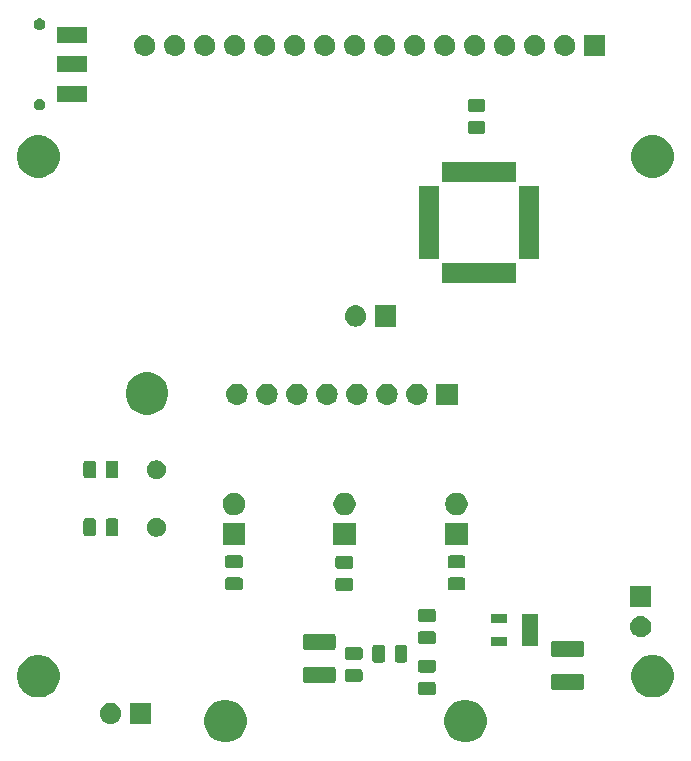
<source format=gbr>
G04 #@! TF.GenerationSoftware,KiCad,Pcbnew,(5.0.2)-1*
G04 #@! TF.CreationDate,2019-02-11T10:40:24+00:00*
G04 #@! TF.ProjectId,AircraftDataLogger,41697263-7261-4667-9444-6174614c6f67,rev?*
G04 #@! TF.SameCoordinates,Original*
G04 #@! TF.FileFunction,Soldermask,Top*
G04 #@! TF.FilePolarity,Negative*
%FSLAX46Y46*%
G04 Gerber Fmt 4.6, Leading zero omitted, Abs format (unit mm)*
G04 Created by KiCad (PCBNEW (5.0.2)-1) date 11/02/2019 10:40:24*
%MOMM*%
%LPD*%
G01*
G04 APERTURE LIST*
%ADD10C,0.100000*%
G04 APERTURE END LIST*
D10*
G36*
X68565331Y-105068211D02*
X68893092Y-105203974D01*
X69188073Y-105401074D01*
X69438926Y-105651927D01*
X69636026Y-105946908D01*
X69771789Y-106274669D01*
X69841000Y-106622616D01*
X69841000Y-106977384D01*
X69771789Y-107325331D01*
X69636026Y-107653092D01*
X69438926Y-107948073D01*
X69188073Y-108198926D01*
X68893092Y-108396026D01*
X68565331Y-108531789D01*
X68217384Y-108601000D01*
X67862616Y-108601000D01*
X67514669Y-108531789D01*
X67186908Y-108396026D01*
X66891927Y-108198926D01*
X66641074Y-107948073D01*
X66443974Y-107653092D01*
X66308211Y-107325331D01*
X66239000Y-106977384D01*
X66239000Y-106622616D01*
X66308211Y-106274669D01*
X66443974Y-105946908D01*
X66641074Y-105651927D01*
X66891927Y-105401074D01*
X67186908Y-105203974D01*
X67514669Y-105068211D01*
X67862616Y-104999000D01*
X68217384Y-104999000D01*
X68565331Y-105068211D01*
X68565331Y-105068211D01*
G37*
G36*
X88885331Y-105068211D02*
X89213092Y-105203974D01*
X89508073Y-105401074D01*
X89758926Y-105651927D01*
X89956026Y-105946908D01*
X90091789Y-106274669D01*
X90161000Y-106622616D01*
X90161000Y-106977384D01*
X90091789Y-107325331D01*
X89956026Y-107653092D01*
X89758926Y-107948073D01*
X89508073Y-108198926D01*
X89213092Y-108396026D01*
X88885331Y-108531789D01*
X88537384Y-108601000D01*
X88182616Y-108601000D01*
X87834669Y-108531789D01*
X87506908Y-108396026D01*
X87211927Y-108198926D01*
X86961074Y-107948073D01*
X86763974Y-107653092D01*
X86628211Y-107325331D01*
X86559000Y-106977384D01*
X86559000Y-106622616D01*
X86628211Y-106274669D01*
X86763974Y-105946908D01*
X86961074Y-105651927D01*
X87211927Y-105401074D01*
X87506908Y-105203974D01*
X87834669Y-105068211D01*
X88182616Y-104999000D01*
X88537384Y-104999000D01*
X88885331Y-105068211D01*
X88885331Y-105068211D01*
G37*
G36*
X61751000Y-107051000D02*
X59949000Y-107051000D01*
X59949000Y-105249000D01*
X61751000Y-105249000D01*
X61751000Y-107051000D01*
X61751000Y-107051000D01*
G37*
G36*
X58420442Y-105255518D02*
X58486627Y-105262037D01*
X58599853Y-105296384D01*
X58656467Y-105313557D01*
X58795087Y-105387652D01*
X58812991Y-105397222D01*
X58848729Y-105426552D01*
X58950186Y-105509814D01*
X59033448Y-105611271D01*
X59062778Y-105647009D01*
X59062779Y-105647011D01*
X59146443Y-105803533D01*
X59146443Y-105803534D01*
X59197963Y-105973373D01*
X59215359Y-106150000D01*
X59197963Y-106326627D01*
X59163616Y-106439853D01*
X59146443Y-106496467D01*
X59079014Y-106622616D01*
X59062778Y-106652991D01*
X59033448Y-106688729D01*
X58950186Y-106790186D01*
X58848729Y-106873448D01*
X58812991Y-106902778D01*
X58812989Y-106902779D01*
X58656467Y-106986443D01*
X58599853Y-107003616D01*
X58486627Y-107037963D01*
X58420443Y-107044481D01*
X58354260Y-107051000D01*
X58265740Y-107051000D01*
X58199557Y-107044481D01*
X58133373Y-107037963D01*
X58020147Y-107003616D01*
X57963533Y-106986443D01*
X57807011Y-106902779D01*
X57807009Y-106902778D01*
X57771271Y-106873448D01*
X57669814Y-106790186D01*
X57586552Y-106688729D01*
X57557222Y-106652991D01*
X57540986Y-106622616D01*
X57473557Y-106496467D01*
X57456384Y-106439853D01*
X57422037Y-106326627D01*
X57404641Y-106150000D01*
X57422037Y-105973373D01*
X57473557Y-105803534D01*
X57473557Y-105803533D01*
X57557221Y-105647011D01*
X57557222Y-105647009D01*
X57586552Y-105611271D01*
X57669814Y-105509814D01*
X57771271Y-105426552D01*
X57807009Y-105397222D01*
X57824913Y-105387652D01*
X57963533Y-105313557D01*
X58020147Y-105296384D01*
X58133373Y-105262037D01*
X58199558Y-105255518D01*
X58265740Y-105249000D01*
X58354260Y-105249000D01*
X58420442Y-105255518D01*
X58420442Y-105255518D01*
G37*
G36*
X52725331Y-101268211D02*
X53053092Y-101403974D01*
X53348073Y-101601074D01*
X53598926Y-101851927D01*
X53796026Y-102146908D01*
X53931789Y-102474669D01*
X54001000Y-102822616D01*
X54001000Y-103177384D01*
X53931789Y-103525331D01*
X53796026Y-103853092D01*
X53598926Y-104148073D01*
X53348073Y-104398926D01*
X53053092Y-104596026D01*
X52725331Y-104731789D01*
X52377384Y-104801000D01*
X52022616Y-104801000D01*
X51674669Y-104731789D01*
X51346908Y-104596026D01*
X51051927Y-104398926D01*
X50801074Y-104148073D01*
X50603974Y-103853092D01*
X50468211Y-103525331D01*
X50399000Y-103177384D01*
X50399000Y-102822616D01*
X50468211Y-102474669D01*
X50603974Y-102146908D01*
X50801074Y-101851927D01*
X51051927Y-101601074D01*
X51346908Y-101403974D01*
X51674669Y-101268211D01*
X52022616Y-101199000D01*
X52377384Y-101199000D01*
X52725331Y-101268211D01*
X52725331Y-101268211D01*
G37*
G36*
X104725331Y-101268211D02*
X105053092Y-101403974D01*
X105348073Y-101601074D01*
X105598926Y-101851927D01*
X105796026Y-102146908D01*
X105931789Y-102474669D01*
X106001000Y-102822616D01*
X106001000Y-103177384D01*
X105931789Y-103525331D01*
X105796026Y-103853092D01*
X105598926Y-104148073D01*
X105348073Y-104398926D01*
X105053092Y-104596026D01*
X104725331Y-104731789D01*
X104377384Y-104801000D01*
X104022616Y-104801000D01*
X103674669Y-104731789D01*
X103346908Y-104596026D01*
X103051927Y-104398926D01*
X102801074Y-104148073D01*
X102603974Y-103853092D01*
X102468211Y-103525331D01*
X102399000Y-103177384D01*
X102399000Y-102822616D01*
X102468211Y-102474669D01*
X102603974Y-102146908D01*
X102801074Y-101851927D01*
X103051927Y-101601074D01*
X103346908Y-101403974D01*
X103674669Y-101268211D01*
X104022616Y-101199000D01*
X104377384Y-101199000D01*
X104725331Y-101268211D01*
X104725331Y-101268211D01*
G37*
G36*
X85684466Y-103503565D02*
X85723137Y-103515296D01*
X85758779Y-103534348D01*
X85790017Y-103559983D01*
X85815652Y-103591221D01*
X85834704Y-103626863D01*
X85846435Y-103665534D01*
X85851000Y-103711888D01*
X85851000Y-104363112D01*
X85846435Y-104409466D01*
X85834704Y-104448137D01*
X85815652Y-104483779D01*
X85790017Y-104515017D01*
X85758779Y-104540652D01*
X85723137Y-104559704D01*
X85684466Y-104571435D01*
X85638112Y-104576000D01*
X84561888Y-104576000D01*
X84515534Y-104571435D01*
X84476863Y-104559704D01*
X84441221Y-104540652D01*
X84409983Y-104515017D01*
X84384348Y-104483779D01*
X84365296Y-104448137D01*
X84353565Y-104409466D01*
X84349000Y-104363112D01*
X84349000Y-103711888D01*
X84353565Y-103665534D01*
X84365296Y-103626863D01*
X84384348Y-103591221D01*
X84409983Y-103559983D01*
X84441221Y-103534348D01*
X84476863Y-103515296D01*
X84515534Y-103503565D01*
X84561888Y-103499000D01*
X85638112Y-103499000D01*
X85684466Y-103503565D01*
X85684466Y-103503565D01*
G37*
G36*
X98218604Y-102828347D02*
X98255145Y-102839432D01*
X98288820Y-102857431D01*
X98318341Y-102881659D01*
X98342569Y-102911180D01*
X98360568Y-102944855D01*
X98371653Y-102981396D01*
X98376000Y-103025538D01*
X98376000Y-103974462D01*
X98371653Y-104018604D01*
X98360568Y-104055145D01*
X98342569Y-104088820D01*
X98318341Y-104118341D01*
X98288820Y-104142569D01*
X98255145Y-104160568D01*
X98218604Y-104171653D01*
X98174462Y-104176000D01*
X95825538Y-104176000D01*
X95781396Y-104171653D01*
X95744855Y-104160568D01*
X95711180Y-104142569D01*
X95681659Y-104118341D01*
X95657431Y-104088820D01*
X95639432Y-104055145D01*
X95628347Y-104018604D01*
X95624000Y-103974462D01*
X95624000Y-103025538D01*
X95628347Y-102981396D01*
X95639432Y-102944855D01*
X95657431Y-102911180D01*
X95681659Y-102881659D01*
X95711180Y-102857431D01*
X95744855Y-102839432D01*
X95781396Y-102828347D01*
X95825538Y-102824000D01*
X98174462Y-102824000D01*
X98218604Y-102828347D01*
X98218604Y-102828347D01*
G37*
G36*
X77218604Y-102228347D02*
X77255145Y-102239432D01*
X77288820Y-102257431D01*
X77318341Y-102281659D01*
X77342569Y-102311180D01*
X77360568Y-102344855D01*
X77371653Y-102381396D01*
X77376000Y-102425538D01*
X77376000Y-103374462D01*
X77371653Y-103418604D01*
X77360568Y-103455145D01*
X77342569Y-103488820D01*
X77318341Y-103518341D01*
X77288820Y-103542569D01*
X77255145Y-103560568D01*
X77218604Y-103571653D01*
X77174462Y-103576000D01*
X74825538Y-103576000D01*
X74781396Y-103571653D01*
X74744855Y-103560568D01*
X74711180Y-103542569D01*
X74681659Y-103518341D01*
X74657431Y-103488820D01*
X74639432Y-103455145D01*
X74628347Y-103418604D01*
X74624000Y-103374462D01*
X74624000Y-102425538D01*
X74628347Y-102381396D01*
X74639432Y-102344855D01*
X74657431Y-102311180D01*
X74681659Y-102281659D01*
X74711180Y-102257431D01*
X74744855Y-102239432D01*
X74781396Y-102228347D01*
X74825538Y-102224000D01*
X77174462Y-102224000D01*
X77218604Y-102228347D01*
X77218604Y-102228347D01*
G37*
G36*
X79484466Y-102403565D02*
X79523137Y-102415296D01*
X79558779Y-102434348D01*
X79590017Y-102459983D01*
X79615652Y-102491221D01*
X79634704Y-102526863D01*
X79646435Y-102565534D01*
X79651000Y-102611888D01*
X79651000Y-103263112D01*
X79646435Y-103309466D01*
X79634704Y-103348137D01*
X79615652Y-103383779D01*
X79590017Y-103415017D01*
X79558779Y-103440652D01*
X79523137Y-103459704D01*
X79484466Y-103471435D01*
X79438112Y-103476000D01*
X78361888Y-103476000D01*
X78315534Y-103471435D01*
X78276863Y-103459704D01*
X78241221Y-103440652D01*
X78209983Y-103415017D01*
X78184348Y-103383779D01*
X78165296Y-103348137D01*
X78153565Y-103309466D01*
X78149000Y-103263112D01*
X78149000Y-102611888D01*
X78153565Y-102565534D01*
X78165296Y-102526863D01*
X78184348Y-102491221D01*
X78209983Y-102459983D01*
X78241221Y-102434348D01*
X78276863Y-102415296D01*
X78315534Y-102403565D01*
X78361888Y-102399000D01*
X79438112Y-102399000D01*
X79484466Y-102403565D01*
X79484466Y-102403565D01*
G37*
G36*
X85684466Y-101628565D02*
X85723137Y-101640296D01*
X85758779Y-101659348D01*
X85790017Y-101684983D01*
X85815652Y-101716221D01*
X85834704Y-101751863D01*
X85846435Y-101790534D01*
X85851000Y-101836888D01*
X85851000Y-102488112D01*
X85846435Y-102534466D01*
X85834704Y-102573137D01*
X85815652Y-102608779D01*
X85790017Y-102640017D01*
X85758779Y-102665652D01*
X85723137Y-102684704D01*
X85684466Y-102696435D01*
X85638112Y-102701000D01*
X84561888Y-102701000D01*
X84515534Y-102696435D01*
X84476863Y-102684704D01*
X84441221Y-102665652D01*
X84409983Y-102640017D01*
X84384348Y-102608779D01*
X84365296Y-102573137D01*
X84353565Y-102534466D01*
X84349000Y-102488112D01*
X84349000Y-101836888D01*
X84353565Y-101790534D01*
X84365296Y-101751863D01*
X84384348Y-101716221D01*
X84409983Y-101684983D01*
X84441221Y-101659348D01*
X84476863Y-101640296D01*
X84515534Y-101628565D01*
X84561888Y-101624000D01*
X85638112Y-101624000D01*
X85684466Y-101628565D01*
X85684466Y-101628565D01*
G37*
G36*
X81396966Y-100353565D02*
X81435637Y-100365296D01*
X81471279Y-100384348D01*
X81502517Y-100409983D01*
X81528152Y-100441221D01*
X81547204Y-100476863D01*
X81558935Y-100515534D01*
X81563500Y-100561888D01*
X81563500Y-101638112D01*
X81558935Y-101684466D01*
X81547204Y-101723137D01*
X81528152Y-101758779D01*
X81502517Y-101790017D01*
X81471279Y-101815652D01*
X81435637Y-101834704D01*
X81396966Y-101846435D01*
X81350612Y-101851000D01*
X80699388Y-101851000D01*
X80653034Y-101846435D01*
X80614363Y-101834704D01*
X80578721Y-101815652D01*
X80547483Y-101790017D01*
X80521848Y-101758779D01*
X80502796Y-101723137D01*
X80491065Y-101684466D01*
X80486500Y-101638112D01*
X80486500Y-100561888D01*
X80491065Y-100515534D01*
X80502796Y-100476863D01*
X80521848Y-100441221D01*
X80547483Y-100409983D01*
X80578721Y-100384348D01*
X80614363Y-100365296D01*
X80653034Y-100353565D01*
X80699388Y-100349000D01*
X81350612Y-100349000D01*
X81396966Y-100353565D01*
X81396966Y-100353565D01*
G37*
G36*
X83271966Y-100353565D02*
X83310637Y-100365296D01*
X83346279Y-100384348D01*
X83377517Y-100409983D01*
X83403152Y-100441221D01*
X83422204Y-100476863D01*
X83433935Y-100515534D01*
X83438500Y-100561888D01*
X83438500Y-101638112D01*
X83433935Y-101684466D01*
X83422204Y-101723137D01*
X83403152Y-101758779D01*
X83377517Y-101790017D01*
X83346279Y-101815652D01*
X83310637Y-101834704D01*
X83271966Y-101846435D01*
X83225612Y-101851000D01*
X82574388Y-101851000D01*
X82528034Y-101846435D01*
X82489363Y-101834704D01*
X82453721Y-101815652D01*
X82422483Y-101790017D01*
X82396848Y-101758779D01*
X82377796Y-101723137D01*
X82366065Y-101684466D01*
X82361500Y-101638112D01*
X82361500Y-100561888D01*
X82366065Y-100515534D01*
X82377796Y-100476863D01*
X82396848Y-100441221D01*
X82422483Y-100409983D01*
X82453721Y-100384348D01*
X82489363Y-100365296D01*
X82528034Y-100353565D01*
X82574388Y-100349000D01*
X83225612Y-100349000D01*
X83271966Y-100353565D01*
X83271966Y-100353565D01*
G37*
G36*
X79484466Y-100528565D02*
X79523137Y-100540296D01*
X79558779Y-100559348D01*
X79590017Y-100584983D01*
X79615652Y-100616221D01*
X79634704Y-100651863D01*
X79646435Y-100690534D01*
X79651000Y-100736888D01*
X79651000Y-101388112D01*
X79646435Y-101434466D01*
X79634704Y-101473137D01*
X79615652Y-101508779D01*
X79590017Y-101540017D01*
X79558779Y-101565652D01*
X79523137Y-101584704D01*
X79484466Y-101596435D01*
X79438112Y-101601000D01*
X78361888Y-101601000D01*
X78315534Y-101596435D01*
X78276863Y-101584704D01*
X78241221Y-101565652D01*
X78209983Y-101540017D01*
X78184348Y-101508779D01*
X78165296Y-101473137D01*
X78153565Y-101434466D01*
X78149000Y-101388112D01*
X78149000Y-100736888D01*
X78153565Y-100690534D01*
X78165296Y-100651863D01*
X78184348Y-100616221D01*
X78209983Y-100584983D01*
X78241221Y-100559348D01*
X78276863Y-100540296D01*
X78315534Y-100528565D01*
X78361888Y-100524000D01*
X79438112Y-100524000D01*
X79484466Y-100528565D01*
X79484466Y-100528565D01*
G37*
G36*
X98218604Y-100028347D02*
X98255145Y-100039432D01*
X98288820Y-100057431D01*
X98318341Y-100081659D01*
X98342569Y-100111180D01*
X98360568Y-100144855D01*
X98371653Y-100181396D01*
X98376000Y-100225538D01*
X98376000Y-101174462D01*
X98371653Y-101218604D01*
X98360568Y-101255145D01*
X98342569Y-101288820D01*
X98318341Y-101318341D01*
X98288820Y-101342569D01*
X98255145Y-101360568D01*
X98218604Y-101371653D01*
X98174462Y-101376000D01*
X95825538Y-101376000D01*
X95781396Y-101371653D01*
X95744855Y-101360568D01*
X95711180Y-101342569D01*
X95681659Y-101318341D01*
X95657431Y-101288820D01*
X95639432Y-101255145D01*
X95628347Y-101218604D01*
X95624000Y-101174462D01*
X95624000Y-100225538D01*
X95628347Y-100181396D01*
X95639432Y-100144855D01*
X95657431Y-100111180D01*
X95681659Y-100081659D01*
X95711180Y-100057431D01*
X95744855Y-100039432D01*
X95781396Y-100028347D01*
X95825538Y-100024000D01*
X98174462Y-100024000D01*
X98218604Y-100028347D01*
X98218604Y-100028347D01*
G37*
G36*
X77218604Y-99428347D02*
X77255145Y-99439432D01*
X77288820Y-99457431D01*
X77318341Y-99481659D01*
X77342569Y-99511180D01*
X77360568Y-99544855D01*
X77371653Y-99581396D01*
X77376000Y-99625538D01*
X77376000Y-100574462D01*
X77371653Y-100618604D01*
X77360568Y-100655145D01*
X77342569Y-100688820D01*
X77318341Y-100718341D01*
X77288820Y-100742569D01*
X77255145Y-100760568D01*
X77218604Y-100771653D01*
X77174462Y-100776000D01*
X74825538Y-100776000D01*
X74781396Y-100771653D01*
X74744855Y-100760568D01*
X74711180Y-100742569D01*
X74681659Y-100718341D01*
X74657431Y-100688820D01*
X74639432Y-100655145D01*
X74628347Y-100618604D01*
X74624000Y-100574462D01*
X74624000Y-99625538D01*
X74628347Y-99581396D01*
X74639432Y-99544855D01*
X74657431Y-99511180D01*
X74681659Y-99481659D01*
X74711180Y-99457431D01*
X74744855Y-99439432D01*
X74781396Y-99428347D01*
X74825538Y-99424000D01*
X77174462Y-99424000D01*
X77218604Y-99428347D01*
X77218604Y-99428347D01*
G37*
G36*
X94475000Y-100426000D02*
X93153000Y-100426000D01*
X93153000Y-97774000D01*
X94475000Y-97774000D01*
X94475000Y-100426000D01*
X94475000Y-100426000D01*
G37*
G36*
X91855000Y-100426000D02*
X90533000Y-100426000D01*
X90533000Y-99674000D01*
X91855000Y-99674000D01*
X91855000Y-100426000D01*
X91855000Y-100426000D01*
G37*
G36*
X85684466Y-99203565D02*
X85723137Y-99215296D01*
X85758779Y-99234348D01*
X85790017Y-99259983D01*
X85815652Y-99291221D01*
X85834704Y-99326863D01*
X85846435Y-99365534D01*
X85851000Y-99411888D01*
X85851000Y-100063112D01*
X85846435Y-100109466D01*
X85834704Y-100148137D01*
X85815652Y-100183779D01*
X85790017Y-100215017D01*
X85758779Y-100240652D01*
X85723137Y-100259704D01*
X85684466Y-100271435D01*
X85638112Y-100276000D01*
X84561888Y-100276000D01*
X84515534Y-100271435D01*
X84476863Y-100259704D01*
X84441221Y-100240652D01*
X84409983Y-100215017D01*
X84384348Y-100183779D01*
X84365296Y-100148137D01*
X84353565Y-100109466D01*
X84349000Y-100063112D01*
X84349000Y-99411888D01*
X84353565Y-99365534D01*
X84365296Y-99326863D01*
X84384348Y-99291221D01*
X84409983Y-99259983D01*
X84441221Y-99234348D01*
X84476863Y-99215296D01*
X84515534Y-99203565D01*
X84561888Y-99199000D01*
X85638112Y-99199000D01*
X85684466Y-99203565D01*
X85684466Y-99203565D01*
G37*
G36*
X103310443Y-97905519D02*
X103376627Y-97912037D01*
X103489853Y-97946384D01*
X103546467Y-97963557D01*
X103685087Y-98037652D01*
X103702991Y-98047222D01*
X103738729Y-98076552D01*
X103840186Y-98159814D01*
X103923448Y-98261271D01*
X103952778Y-98297009D01*
X103952779Y-98297011D01*
X104036443Y-98453533D01*
X104036443Y-98453534D01*
X104087963Y-98623373D01*
X104105359Y-98800000D01*
X104087963Y-98976627D01*
X104053616Y-99089853D01*
X104036443Y-99146467D01*
X103966210Y-99277861D01*
X103952778Y-99302991D01*
X103923448Y-99338729D01*
X103840186Y-99440186D01*
X103753678Y-99511180D01*
X103702991Y-99552778D01*
X103702989Y-99552779D01*
X103546467Y-99636443D01*
X103489853Y-99653616D01*
X103376627Y-99687963D01*
X103311270Y-99694400D01*
X103244260Y-99701000D01*
X103155740Y-99701000D01*
X103088730Y-99694400D01*
X103023373Y-99687963D01*
X102910147Y-99653616D01*
X102853533Y-99636443D01*
X102697011Y-99552779D01*
X102697009Y-99552778D01*
X102646322Y-99511180D01*
X102559814Y-99440186D01*
X102476552Y-99338729D01*
X102447222Y-99302991D01*
X102433790Y-99277861D01*
X102363557Y-99146467D01*
X102346384Y-99089853D01*
X102312037Y-98976627D01*
X102294641Y-98800000D01*
X102312037Y-98623373D01*
X102363557Y-98453534D01*
X102363557Y-98453533D01*
X102447221Y-98297011D01*
X102447222Y-98297009D01*
X102476552Y-98261271D01*
X102559814Y-98159814D01*
X102661271Y-98076552D01*
X102697009Y-98047222D01*
X102714913Y-98037652D01*
X102853533Y-97963557D01*
X102910147Y-97946384D01*
X103023373Y-97912037D01*
X103089557Y-97905519D01*
X103155740Y-97899000D01*
X103244260Y-97899000D01*
X103310443Y-97905519D01*
X103310443Y-97905519D01*
G37*
G36*
X91855000Y-98526000D02*
X90533000Y-98526000D01*
X90533000Y-97774000D01*
X91855000Y-97774000D01*
X91855000Y-98526000D01*
X91855000Y-98526000D01*
G37*
G36*
X85684466Y-97328565D02*
X85723137Y-97340296D01*
X85758779Y-97359348D01*
X85790017Y-97384983D01*
X85815652Y-97416221D01*
X85834704Y-97451863D01*
X85846435Y-97490534D01*
X85851000Y-97536888D01*
X85851000Y-98188112D01*
X85846435Y-98234466D01*
X85834704Y-98273137D01*
X85815652Y-98308779D01*
X85790017Y-98340017D01*
X85758779Y-98365652D01*
X85723137Y-98384704D01*
X85684466Y-98396435D01*
X85638112Y-98401000D01*
X84561888Y-98401000D01*
X84515534Y-98396435D01*
X84476863Y-98384704D01*
X84441221Y-98365652D01*
X84409983Y-98340017D01*
X84384348Y-98308779D01*
X84365296Y-98273137D01*
X84353565Y-98234466D01*
X84349000Y-98188112D01*
X84349000Y-97536888D01*
X84353565Y-97490534D01*
X84365296Y-97451863D01*
X84384348Y-97416221D01*
X84409983Y-97384983D01*
X84441221Y-97359348D01*
X84476863Y-97340296D01*
X84515534Y-97328565D01*
X84561888Y-97324000D01*
X85638112Y-97324000D01*
X85684466Y-97328565D01*
X85684466Y-97328565D01*
G37*
G36*
X104101000Y-97161000D02*
X102299000Y-97161000D01*
X102299000Y-95359000D01*
X104101000Y-95359000D01*
X104101000Y-97161000D01*
X104101000Y-97161000D01*
G37*
G36*
X78684466Y-94703565D02*
X78723137Y-94715296D01*
X78758779Y-94734348D01*
X78790017Y-94759983D01*
X78815652Y-94791221D01*
X78834704Y-94826863D01*
X78846435Y-94865534D01*
X78851000Y-94911888D01*
X78851000Y-95563112D01*
X78846435Y-95609466D01*
X78834704Y-95648137D01*
X78815652Y-95683779D01*
X78790017Y-95715017D01*
X78758779Y-95740652D01*
X78723137Y-95759704D01*
X78684466Y-95771435D01*
X78638112Y-95776000D01*
X77561888Y-95776000D01*
X77515534Y-95771435D01*
X77476863Y-95759704D01*
X77441221Y-95740652D01*
X77409983Y-95715017D01*
X77384348Y-95683779D01*
X77365296Y-95648137D01*
X77353565Y-95609466D01*
X77349000Y-95563112D01*
X77349000Y-94911888D01*
X77353565Y-94865534D01*
X77365296Y-94826863D01*
X77384348Y-94791221D01*
X77409983Y-94759983D01*
X77441221Y-94734348D01*
X77476863Y-94715296D01*
X77515534Y-94703565D01*
X77561888Y-94699000D01*
X78638112Y-94699000D01*
X78684466Y-94703565D01*
X78684466Y-94703565D01*
G37*
G36*
X88184466Y-94653565D02*
X88223137Y-94665296D01*
X88258779Y-94684348D01*
X88290017Y-94709983D01*
X88315652Y-94741221D01*
X88334704Y-94776863D01*
X88346435Y-94815534D01*
X88351000Y-94861888D01*
X88351000Y-95513112D01*
X88346435Y-95559466D01*
X88334704Y-95598137D01*
X88315652Y-95633779D01*
X88290017Y-95665017D01*
X88258779Y-95690652D01*
X88223137Y-95709704D01*
X88184466Y-95721435D01*
X88138112Y-95726000D01*
X87061888Y-95726000D01*
X87015534Y-95721435D01*
X86976863Y-95709704D01*
X86941221Y-95690652D01*
X86909983Y-95665017D01*
X86884348Y-95633779D01*
X86865296Y-95598137D01*
X86853565Y-95559466D01*
X86849000Y-95513112D01*
X86849000Y-94861888D01*
X86853565Y-94815534D01*
X86865296Y-94776863D01*
X86884348Y-94741221D01*
X86909983Y-94709983D01*
X86941221Y-94684348D01*
X86976863Y-94665296D01*
X87015534Y-94653565D01*
X87061888Y-94649000D01*
X88138112Y-94649000D01*
X88184466Y-94653565D01*
X88184466Y-94653565D01*
G37*
G36*
X69334466Y-94653565D02*
X69373137Y-94665296D01*
X69408779Y-94684348D01*
X69440017Y-94709983D01*
X69465652Y-94741221D01*
X69484704Y-94776863D01*
X69496435Y-94815534D01*
X69501000Y-94861888D01*
X69501000Y-95513112D01*
X69496435Y-95559466D01*
X69484704Y-95598137D01*
X69465652Y-95633779D01*
X69440017Y-95665017D01*
X69408779Y-95690652D01*
X69373137Y-95709704D01*
X69334466Y-95721435D01*
X69288112Y-95726000D01*
X68211888Y-95726000D01*
X68165534Y-95721435D01*
X68126863Y-95709704D01*
X68091221Y-95690652D01*
X68059983Y-95665017D01*
X68034348Y-95633779D01*
X68015296Y-95598137D01*
X68003565Y-95559466D01*
X67999000Y-95513112D01*
X67999000Y-94861888D01*
X68003565Y-94815534D01*
X68015296Y-94776863D01*
X68034348Y-94741221D01*
X68059983Y-94709983D01*
X68091221Y-94684348D01*
X68126863Y-94665296D01*
X68165534Y-94653565D01*
X68211888Y-94649000D01*
X69288112Y-94649000D01*
X69334466Y-94653565D01*
X69334466Y-94653565D01*
G37*
G36*
X78684466Y-92828565D02*
X78723137Y-92840296D01*
X78758779Y-92859348D01*
X78790017Y-92884983D01*
X78815652Y-92916221D01*
X78834704Y-92951863D01*
X78846435Y-92990534D01*
X78851000Y-93036888D01*
X78851000Y-93688112D01*
X78846435Y-93734466D01*
X78834704Y-93773137D01*
X78815652Y-93808779D01*
X78790017Y-93840017D01*
X78758779Y-93865652D01*
X78723137Y-93884704D01*
X78684466Y-93896435D01*
X78638112Y-93901000D01*
X77561888Y-93901000D01*
X77515534Y-93896435D01*
X77476863Y-93884704D01*
X77441221Y-93865652D01*
X77409983Y-93840017D01*
X77384348Y-93808779D01*
X77365296Y-93773137D01*
X77353565Y-93734466D01*
X77349000Y-93688112D01*
X77349000Y-93036888D01*
X77353565Y-92990534D01*
X77365296Y-92951863D01*
X77384348Y-92916221D01*
X77409983Y-92884983D01*
X77441221Y-92859348D01*
X77476863Y-92840296D01*
X77515534Y-92828565D01*
X77561888Y-92824000D01*
X78638112Y-92824000D01*
X78684466Y-92828565D01*
X78684466Y-92828565D01*
G37*
G36*
X88184466Y-92778565D02*
X88223137Y-92790296D01*
X88258779Y-92809348D01*
X88290017Y-92834983D01*
X88315652Y-92866221D01*
X88334704Y-92901863D01*
X88346435Y-92940534D01*
X88351000Y-92986888D01*
X88351000Y-93638112D01*
X88346435Y-93684466D01*
X88334704Y-93723137D01*
X88315652Y-93758779D01*
X88290017Y-93790017D01*
X88258779Y-93815652D01*
X88223137Y-93834704D01*
X88184466Y-93846435D01*
X88138112Y-93851000D01*
X87061888Y-93851000D01*
X87015534Y-93846435D01*
X86976863Y-93834704D01*
X86941221Y-93815652D01*
X86909983Y-93790017D01*
X86884348Y-93758779D01*
X86865296Y-93723137D01*
X86853565Y-93684466D01*
X86849000Y-93638112D01*
X86849000Y-92986888D01*
X86853565Y-92940534D01*
X86865296Y-92901863D01*
X86884348Y-92866221D01*
X86909983Y-92834983D01*
X86941221Y-92809348D01*
X86976863Y-92790296D01*
X87015534Y-92778565D01*
X87061888Y-92774000D01*
X88138112Y-92774000D01*
X88184466Y-92778565D01*
X88184466Y-92778565D01*
G37*
G36*
X69334466Y-92778565D02*
X69373137Y-92790296D01*
X69408779Y-92809348D01*
X69440017Y-92834983D01*
X69465652Y-92866221D01*
X69484704Y-92901863D01*
X69496435Y-92940534D01*
X69501000Y-92986888D01*
X69501000Y-93638112D01*
X69496435Y-93684466D01*
X69484704Y-93723137D01*
X69465652Y-93758779D01*
X69440017Y-93790017D01*
X69408779Y-93815652D01*
X69373137Y-93834704D01*
X69334466Y-93846435D01*
X69288112Y-93851000D01*
X68211888Y-93851000D01*
X68165534Y-93846435D01*
X68126863Y-93834704D01*
X68091221Y-93815652D01*
X68059983Y-93790017D01*
X68034348Y-93758779D01*
X68015296Y-93723137D01*
X68003565Y-93684466D01*
X67999000Y-93638112D01*
X67999000Y-92986888D01*
X68003565Y-92940534D01*
X68015296Y-92901863D01*
X68034348Y-92866221D01*
X68059983Y-92834983D01*
X68091221Y-92809348D01*
X68126863Y-92790296D01*
X68165534Y-92778565D01*
X68211888Y-92774000D01*
X69288112Y-92774000D01*
X69334466Y-92778565D01*
X69334466Y-92778565D01*
G37*
G36*
X79075000Y-91915600D02*
X77173000Y-91915600D01*
X77173000Y-90013600D01*
X79075000Y-90013600D01*
X79075000Y-91915600D01*
X79075000Y-91915600D01*
G37*
G36*
X88551000Y-91901000D02*
X86649000Y-91901000D01*
X86649000Y-89999000D01*
X88551000Y-89999000D01*
X88551000Y-91901000D01*
X88551000Y-91901000D01*
G37*
G36*
X69701000Y-91901000D02*
X67799000Y-91901000D01*
X67799000Y-89999000D01*
X69701000Y-89999000D01*
X69701000Y-91901000D01*
X69701000Y-91901000D01*
G37*
G36*
X62433643Y-89629781D02*
X62579415Y-89690162D01*
X62710611Y-89777824D01*
X62822176Y-89889389D01*
X62909838Y-90020585D01*
X62970219Y-90166357D01*
X63001000Y-90321107D01*
X63001000Y-90478893D01*
X62970219Y-90633643D01*
X62909838Y-90779415D01*
X62822176Y-90910611D01*
X62710611Y-91022176D01*
X62579415Y-91109838D01*
X62433643Y-91170219D01*
X62278893Y-91201000D01*
X62121107Y-91201000D01*
X61966357Y-91170219D01*
X61820585Y-91109838D01*
X61689389Y-91022176D01*
X61577824Y-90910611D01*
X61490162Y-90779415D01*
X61429781Y-90633643D01*
X61399000Y-90478893D01*
X61399000Y-90321107D01*
X61429781Y-90166357D01*
X61490162Y-90020585D01*
X61577824Y-89889389D01*
X61689389Y-89777824D01*
X61820585Y-89690162D01*
X61966357Y-89629781D01*
X62121107Y-89599000D01*
X62278893Y-89599000D01*
X62433643Y-89629781D01*
X62433643Y-89629781D01*
G37*
G36*
X58809466Y-89653565D02*
X58848137Y-89665296D01*
X58883779Y-89684348D01*
X58915017Y-89709983D01*
X58940652Y-89741221D01*
X58959704Y-89776863D01*
X58971435Y-89815534D01*
X58976000Y-89861888D01*
X58976000Y-90938112D01*
X58971435Y-90984466D01*
X58959704Y-91023137D01*
X58940652Y-91058779D01*
X58915017Y-91090017D01*
X58883779Y-91115652D01*
X58848137Y-91134704D01*
X58809466Y-91146435D01*
X58763112Y-91151000D01*
X58111888Y-91151000D01*
X58065534Y-91146435D01*
X58026863Y-91134704D01*
X57991221Y-91115652D01*
X57959983Y-91090017D01*
X57934348Y-91058779D01*
X57915296Y-91023137D01*
X57903565Y-90984466D01*
X57899000Y-90938112D01*
X57899000Y-89861888D01*
X57903565Y-89815534D01*
X57915296Y-89776863D01*
X57934348Y-89741221D01*
X57959983Y-89709983D01*
X57991221Y-89684348D01*
X58026863Y-89665296D01*
X58065534Y-89653565D01*
X58111888Y-89649000D01*
X58763112Y-89649000D01*
X58809466Y-89653565D01*
X58809466Y-89653565D01*
G37*
G36*
X56934466Y-89653565D02*
X56973137Y-89665296D01*
X57008779Y-89684348D01*
X57040017Y-89709983D01*
X57065652Y-89741221D01*
X57084704Y-89776863D01*
X57096435Y-89815534D01*
X57101000Y-89861888D01*
X57101000Y-90938112D01*
X57096435Y-90984466D01*
X57084704Y-91023137D01*
X57065652Y-91058779D01*
X57040017Y-91090017D01*
X57008779Y-91115652D01*
X56973137Y-91134704D01*
X56934466Y-91146435D01*
X56888112Y-91151000D01*
X56236888Y-91151000D01*
X56190534Y-91146435D01*
X56151863Y-91134704D01*
X56116221Y-91115652D01*
X56084983Y-91090017D01*
X56059348Y-91058779D01*
X56040296Y-91023137D01*
X56028565Y-90984466D01*
X56024000Y-90938112D01*
X56024000Y-89861888D01*
X56028565Y-89815534D01*
X56040296Y-89776863D01*
X56059348Y-89741221D01*
X56084983Y-89709983D01*
X56116221Y-89684348D01*
X56151863Y-89665296D01*
X56190534Y-89653565D01*
X56236888Y-89649000D01*
X56888112Y-89649000D01*
X56934466Y-89653565D01*
X56934466Y-89653565D01*
G37*
G36*
X78401396Y-87510146D02*
X78574466Y-87581834D01*
X78730230Y-87685912D01*
X78862688Y-87818370D01*
X78966766Y-87974134D01*
X79038454Y-88147204D01*
X79075000Y-88330933D01*
X79075000Y-88518267D01*
X79038454Y-88701996D01*
X78966766Y-88875066D01*
X78862688Y-89030830D01*
X78730230Y-89163288D01*
X78574466Y-89267366D01*
X78401396Y-89339054D01*
X78217667Y-89375600D01*
X78030333Y-89375600D01*
X77846604Y-89339054D01*
X77673534Y-89267366D01*
X77517770Y-89163288D01*
X77385312Y-89030830D01*
X77281234Y-88875066D01*
X77209546Y-88701996D01*
X77173000Y-88518267D01*
X77173000Y-88330933D01*
X77209546Y-88147204D01*
X77281234Y-87974134D01*
X77385312Y-87818370D01*
X77517770Y-87685912D01*
X77673534Y-87581834D01*
X77846604Y-87510146D01*
X78030333Y-87473600D01*
X78217667Y-87473600D01*
X78401396Y-87510146D01*
X78401396Y-87510146D01*
G37*
G36*
X69027396Y-87495546D02*
X69200466Y-87567234D01*
X69356230Y-87671312D01*
X69488688Y-87803770D01*
X69592766Y-87959534D01*
X69664454Y-88132604D01*
X69701000Y-88316333D01*
X69701000Y-88503667D01*
X69664454Y-88687396D01*
X69592766Y-88860466D01*
X69488688Y-89016230D01*
X69356230Y-89148688D01*
X69200466Y-89252766D01*
X69027396Y-89324454D01*
X68843667Y-89361000D01*
X68656333Y-89361000D01*
X68472604Y-89324454D01*
X68299534Y-89252766D01*
X68143770Y-89148688D01*
X68011312Y-89016230D01*
X67907234Y-88860466D01*
X67835546Y-88687396D01*
X67799000Y-88503667D01*
X67799000Y-88316333D01*
X67835546Y-88132604D01*
X67907234Y-87959534D01*
X68011312Y-87803770D01*
X68143770Y-87671312D01*
X68299534Y-87567234D01*
X68472604Y-87495546D01*
X68656333Y-87459000D01*
X68843667Y-87459000D01*
X69027396Y-87495546D01*
X69027396Y-87495546D01*
G37*
G36*
X87877396Y-87495546D02*
X88050466Y-87567234D01*
X88206230Y-87671312D01*
X88338688Y-87803770D01*
X88442766Y-87959534D01*
X88514454Y-88132604D01*
X88551000Y-88316333D01*
X88551000Y-88503667D01*
X88514454Y-88687396D01*
X88442766Y-88860466D01*
X88338688Y-89016230D01*
X88206230Y-89148688D01*
X88050466Y-89252766D01*
X87877396Y-89324454D01*
X87693667Y-89361000D01*
X87506333Y-89361000D01*
X87322604Y-89324454D01*
X87149534Y-89252766D01*
X86993770Y-89148688D01*
X86861312Y-89016230D01*
X86757234Y-88860466D01*
X86685546Y-88687396D01*
X86649000Y-88503667D01*
X86649000Y-88316333D01*
X86685546Y-88132604D01*
X86757234Y-87959534D01*
X86861312Y-87803770D01*
X86993770Y-87671312D01*
X87149534Y-87567234D01*
X87322604Y-87495546D01*
X87506333Y-87459000D01*
X87693667Y-87459000D01*
X87877396Y-87495546D01*
X87877396Y-87495546D01*
G37*
G36*
X62433643Y-84749781D02*
X62579415Y-84810162D01*
X62710611Y-84897824D01*
X62822176Y-85009389D01*
X62909838Y-85140585D01*
X62970219Y-85286357D01*
X63001000Y-85441107D01*
X63001000Y-85598893D01*
X62970219Y-85753643D01*
X62909838Y-85899415D01*
X62822176Y-86030611D01*
X62710611Y-86142176D01*
X62579415Y-86229838D01*
X62433643Y-86290219D01*
X62278893Y-86321000D01*
X62121107Y-86321000D01*
X61966357Y-86290219D01*
X61820585Y-86229838D01*
X61689389Y-86142176D01*
X61577824Y-86030611D01*
X61490162Y-85899415D01*
X61429781Y-85753643D01*
X61399000Y-85598893D01*
X61399000Y-85441107D01*
X61429781Y-85286357D01*
X61490162Y-85140585D01*
X61577824Y-85009389D01*
X61689389Y-84897824D01*
X61820585Y-84810162D01*
X61966357Y-84749781D01*
X62121107Y-84719000D01*
X62278893Y-84719000D01*
X62433643Y-84749781D01*
X62433643Y-84749781D01*
G37*
G36*
X58809466Y-84753565D02*
X58848137Y-84765296D01*
X58883779Y-84784348D01*
X58915017Y-84809983D01*
X58940652Y-84841221D01*
X58959704Y-84876863D01*
X58971435Y-84915534D01*
X58976000Y-84961888D01*
X58976000Y-86038112D01*
X58971435Y-86084466D01*
X58959704Y-86123137D01*
X58940652Y-86158779D01*
X58915017Y-86190017D01*
X58883779Y-86215652D01*
X58848137Y-86234704D01*
X58809466Y-86246435D01*
X58763112Y-86251000D01*
X58111888Y-86251000D01*
X58065534Y-86246435D01*
X58026863Y-86234704D01*
X57991221Y-86215652D01*
X57959983Y-86190017D01*
X57934348Y-86158779D01*
X57915296Y-86123137D01*
X57903565Y-86084466D01*
X57899000Y-86038112D01*
X57899000Y-84961888D01*
X57903565Y-84915534D01*
X57915296Y-84876863D01*
X57934348Y-84841221D01*
X57959983Y-84809983D01*
X57991221Y-84784348D01*
X58026863Y-84765296D01*
X58065534Y-84753565D01*
X58111888Y-84749000D01*
X58763112Y-84749000D01*
X58809466Y-84753565D01*
X58809466Y-84753565D01*
G37*
G36*
X56934466Y-84753565D02*
X56973137Y-84765296D01*
X57008779Y-84784348D01*
X57040017Y-84809983D01*
X57065652Y-84841221D01*
X57084704Y-84876863D01*
X57096435Y-84915534D01*
X57101000Y-84961888D01*
X57101000Y-86038112D01*
X57096435Y-86084466D01*
X57084704Y-86123137D01*
X57065652Y-86158779D01*
X57040017Y-86190017D01*
X57008779Y-86215652D01*
X56973137Y-86234704D01*
X56934466Y-86246435D01*
X56888112Y-86251000D01*
X56236888Y-86251000D01*
X56190534Y-86246435D01*
X56151863Y-86234704D01*
X56116221Y-86215652D01*
X56084983Y-86190017D01*
X56059348Y-86158779D01*
X56040296Y-86123137D01*
X56028565Y-86084466D01*
X56024000Y-86038112D01*
X56024000Y-84961888D01*
X56028565Y-84915534D01*
X56040296Y-84876863D01*
X56059348Y-84841221D01*
X56084983Y-84809983D01*
X56116221Y-84784348D01*
X56151863Y-84765296D01*
X56190534Y-84753565D01*
X56236888Y-84749000D01*
X56888112Y-84749000D01*
X56934466Y-84753565D01*
X56934466Y-84753565D01*
G37*
G36*
X61925331Y-77328211D02*
X62253092Y-77463974D01*
X62548073Y-77661074D01*
X62798926Y-77911927D01*
X62996026Y-78206908D01*
X63131789Y-78534669D01*
X63201000Y-78882616D01*
X63201000Y-79237384D01*
X63131789Y-79585331D01*
X62996026Y-79913092D01*
X62798926Y-80208073D01*
X62548073Y-80458926D01*
X62253092Y-80656026D01*
X61925331Y-80791789D01*
X61577384Y-80861000D01*
X61222616Y-80861000D01*
X60874669Y-80791789D01*
X60546908Y-80656026D01*
X60251927Y-80458926D01*
X60001074Y-80208073D01*
X59803974Y-79913092D01*
X59668211Y-79585331D01*
X59599000Y-79237384D01*
X59599000Y-78882616D01*
X59668211Y-78534669D01*
X59803974Y-78206908D01*
X60001074Y-77911927D01*
X60251927Y-77661074D01*
X60546908Y-77463974D01*
X60874669Y-77328211D01*
X61222616Y-77259000D01*
X61577384Y-77259000D01*
X61925331Y-77328211D01*
X61925331Y-77328211D01*
G37*
G36*
X79290443Y-78235519D02*
X79356627Y-78242037D01*
X79469853Y-78276384D01*
X79526467Y-78293557D01*
X79665087Y-78367652D01*
X79682991Y-78377222D01*
X79718729Y-78406552D01*
X79820186Y-78489814D01*
X79903448Y-78591271D01*
X79932778Y-78627009D01*
X79932779Y-78627011D01*
X80016443Y-78783533D01*
X80016443Y-78783534D01*
X80067963Y-78953373D01*
X80085359Y-79130000D01*
X80067963Y-79306627D01*
X80033616Y-79419853D01*
X80016443Y-79476467D01*
X79942348Y-79615087D01*
X79932778Y-79632991D01*
X79903448Y-79668729D01*
X79820186Y-79770186D01*
X79718729Y-79853448D01*
X79682991Y-79882778D01*
X79682989Y-79882779D01*
X79526467Y-79966443D01*
X79469853Y-79983616D01*
X79356627Y-80017963D01*
X79290443Y-80024481D01*
X79224260Y-80031000D01*
X79135740Y-80031000D01*
X79069557Y-80024481D01*
X79003373Y-80017963D01*
X78890147Y-79983616D01*
X78833533Y-79966443D01*
X78677011Y-79882779D01*
X78677009Y-79882778D01*
X78641271Y-79853448D01*
X78539814Y-79770186D01*
X78456552Y-79668729D01*
X78427222Y-79632991D01*
X78417652Y-79615087D01*
X78343557Y-79476467D01*
X78326384Y-79419853D01*
X78292037Y-79306627D01*
X78274641Y-79130000D01*
X78292037Y-78953373D01*
X78343557Y-78783534D01*
X78343557Y-78783533D01*
X78427221Y-78627011D01*
X78427222Y-78627009D01*
X78456552Y-78591271D01*
X78539814Y-78489814D01*
X78641271Y-78406552D01*
X78677009Y-78377222D01*
X78694913Y-78367652D01*
X78833533Y-78293557D01*
X78890147Y-78276384D01*
X79003373Y-78242037D01*
X79069557Y-78235519D01*
X79135740Y-78229000D01*
X79224260Y-78229000D01*
X79290443Y-78235519D01*
X79290443Y-78235519D01*
G37*
G36*
X87701000Y-80031000D02*
X85899000Y-80031000D01*
X85899000Y-78229000D01*
X87701000Y-78229000D01*
X87701000Y-80031000D01*
X87701000Y-80031000D01*
G37*
G36*
X76750443Y-78235519D02*
X76816627Y-78242037D01*
X76929853Y-78276384D01*
X76986467Y-78293557D01*
X77125087Y-78367652D01*
X77142991Y-78377222D01*
X77178729Y-78406552D01*
X77280186Y-78489814D01*
X77363448Y-78591271D01*
X77392778Y-78627009D01*
X77392779Y-78627011D01*
X77476443Y-78783533D01*
X77476443Y-78783534D01*
X77527963Y-78953373D01*
X77545359Y-79130000D01*
X77527963Y-79306627D01*
X77493616Y-79419853D01*
X77476443Y-79476467D01*
X77402348Y-79615087D01*
X77392778Y-79632991D01*
X77363448Y-79668729D01*
X77280186Y-79770186D01*
X77178729Y-79853448D01*
X77142991Y-79882778D01*
X77142989Y-79882779D01*
X76986467Y-79966443D01*
X76929853Y-79983616D01*
X76816627Y-80017963D01*
X76750443Y-80024481D01*
X76684260Y-80031000D01*
X76595740Y-80031000D01*
X76529557Y-80024481D01*
X76463373Y-80017963D01*
X76350147Y-79983616D01*
X76293533Y-79966443D01*
X76137011Y-79882779D01*
X76137009Y-79882778D01*
X76101271Y-79853448D01*
X75999814Y-79770186D01*
X75916552Y-79668729D01*
X75887222Y-79632991D01*
X75877652Y-79615087D01*
X75803557Y-79476467D01*
X75786384Y-79419853D01*
X75752037Y-79306627D01*
X75734641Y-79130000D01*
X75752037Y-78953373D01*
X75803557Y-78783534D01*
X75803557Y-78783533D01*
X75887221Y-78627011D01*
X75887222Y-78627009D01*
X75916552Y-78591271D01*
X75999814Y-78489814D01*
X76101271Y-78406552D01*
X76137009Y-78377222D01*
X76154913Y-78367652D01*
X76293533Y-78293557D01*
X76350147Y-78276384D01*
X76463373Y-78242037D01*
X76529557Y-78235519D01*
X76595740Y-78229000D01*
X76684260Y-78229000D01*
X76750443Y-78235519D01*
X76750443Y-78235519D01*
G37*
G36*
X84370443Y-78235519D02*
X84436627Y-78242037D01*
X84549853Y-78276384D01*
X84606467Y-78293557D01*
X84745087Y-78367652D01*
X84762991Y-78377222D01*
X84798729Y-78406552D01*
X84900186Y-78489814D01*
X84983448Y-78591271D01*
X85012778Y-78627009D01*
X85012779Y-78627011D01*
X85096443Y-78783533D01*
X85096443Y-78783534D01*
X85147963Y-78953373D01*
X85165359Y-79130000D01*
X85147963Y-79306627D01*
X85113616Y-79419853D01*
X85096443Y-79476467D01*
X85022348Y-79615087D01*
X85012778Y-79632991D01*
X84983448Y-79668729D01*
X84900186Y-79770186D01*
X84798729Y-79853448D01*
X84762991Y-79882778D01*
X84762989Y-79882779D01*
X84606467Y-79966443D01*
X84549853Y-79983616D01*
X84436627Y-80017963D01*
X84370443Y-80024481D01*
X84304260Y-80031000D01*
X84215740Y-80031000D01*
X84149557Y-80024481D01*
X84083373Y-80017963D01*
X83970147Y-79983616D01*
X83913533Y-79966443D01*
X83757011Y-79882779D01*
X83757009Y-79882778D01*
X83721271Y-79853448D01*
X83619814Y-79770186D01*
X83536552Y-79668729D01*
X83507222Y-79632991D01*
X83497652Y-79615087D01*
X83423557Y-79476467D01*
X83406384Y-79419853D01*
X83372037Y-79306627D01*
X83354641Y-79130000D01*
X83372037Y-78953373D01*
X83423557Y-78783534D01*
X83423557Y-78783533D01*
X83507221Y-78627011D01*
X83507222Y-78627009D01*
X83536552Y-78591271D01*
X83619814Y-78489814D01*
X83721271Y-78406552D01*
X83757009Y-78377222D01*
X83774913Y-78367652D01*
X83913533Y-78293557D01*
X83970147Y-78276384D01*
X84083373Y-78242037D01*
X84149557Y-78235519D01*
X84215740Y-78229000D01*
X84304260Y-78229000D01*
X84370443Y-78235519D01*
X84370443Y-78235519D01*
G37*
G36*
X71670443Y-78235519D02*
X71736627Y-78242037D01*
X71849853Y-78276384D01*
X71906467Y-78293557D01*
X72045087Y-78367652D01*
X72062991Y-78377222D01*
X72098729Y-78406552D01*
X72200186Y-78489814D01*
X72283448Y-78591271D01*
X72312778Y-78627009D01*
X72312779Y-78627011D01*
X72396443Y-78783533D01*
X72396443Y-78783534D01*
X72447963Y-78953373D01*
X72465359Y-79130000D01*
X72447963Y-79306627D01*
X72413616Y-79419853D01*
X72396443Y-79476467D01*
X72322348Y-79615087D01*
X72312778Y-79632991D01*
X72283448Y-79668729D01*
X72200186Y-79770186D01*
X72098729Y-79853448D01*
X72062991Y-79882778D01*
X72062989Y-79882779D01*
X71906467Y-79966443D01*
X71849853Y-79983616D01*
X71736627Y-80017963D01*
X71670443Y-80024481D01*
X71604260Y-80031000D01*
X71515740Y-80031000D01*
X71449557Y-80024481D01*
X71383373Y-80017963D01*
X71270147Y-79983616D01*
X71213533Y-79966443D01*
X71057011Y-79882779D01*
X71057009Y-79882778D01*
X71021271Y-79853448D01*
X70919814Y-79770186D01*
X70836552Y-79668729D01*
X70807222Y-79632991D01*
X70797652Y-79615087D01*
X70723557Y-79476467D01*
X70706384Y-79419853D01*
X70672037Y-79306627D01*
X70654641Y-79130000D01*
X70672037Y-78953373D01*
X70723557Y-78783534D01*
X70723557Y-78783533D01*
X70807221Y-78627011D01*
X70807222Y-78627009D01*
X70836552Y-78591271D01*
X70919814Y-78489814D01*
X71021271Y-78406552D01*
X71057009Y-78377222D01*
X71074913Y-78367652D01*
X71213533Y-78293557D01*
X71270147Y-78276384D01*
X71383373Y-78242037D01*
X71449557Y-78235519D01*
X71515740Y-78229000D01*
X71604260Y-78229000D01*
X71670443Y-78235519D01*
X71670443Y-78235519D01*
G37*
G36*
X69130443Y-78235519D02*
X69196627Y-78242037D01*
X69309853Y-78276384D01*
X69366467Y-78293557D01*
X69505087Y-78367652D01*
X69522991Y-78377222D01*
X69558729Y-78406552D01*
X69660186Y-78489814D01*
X69743448Y-78591271D01*
X69772778Y-78627009D01*
X69772779Y-78627011D01*
X69856443Y-78783533D01*
X69856443Y-78783534D01*
X69907963Y-78953373D01*
X69925359Y-79130000D01*
X69907963Y-79306627D01*
X69873616Y-79419853D01*
X69856443Y-79476467D01*
X69782348Y-79615087D01*
X69772778Y-79632991D01*
X69743448Y-79668729D01*
X69660186Y-79770186D01*
X69558729Y-79853448D01*
X69522991Y-79882778D01*
X69522989Y-79882779D01*
X69366467Y-79966443D01*
X69309853Y-79983616D01*
X69196627Y-80017963D01*
X69130443Y-80024481D01*
X69064260Y-80031000D01*
X68975740Y-80031000D01*
X68909557Y-80024481D01*
X68843373Y-80017963D01*
X68730147Y-79983616D01*
X68673533Y-79966443D01*
X68517011Y-79882779D01*
X68517009Y-79882778D01*
X68481271Y-79853448D01*
X68379814Y-79770186D01*
X68296552Y-79668729D01*
X68267222Y-79632991D01*
X68257652Y-79615087D01*
X68183557Y-79476467D01*
X68166384Y-79419853D01*
X68132037Y-79306627D01*
X68114641Y-79130000D01*
X68132037Y-78953373D01*
X68183557Y-78783534D01*
X68183557Y-78783533D01*
X68267221Y-78627011D01*
X68267222Y-78627009D01*
X68296552Y-78591271D01*
X68379814Y-78489814D01*
X68481271Y-78406552D01*
X68517009Y-78377222D01*
X68534913Y-78367652D01*
X68673533Y-78293557D01*
X68730147Y-78276384D01*
X68843373Y-78242037D01*
X68909557Y-78235519D01*
X68975740Y-78229000D01*
X69064260Y-78229000D01*
X69130443Y-78235519D01*
X69130443Y-78235519D01*
G37*
G36*
X74210443Y-78235519D02*
X74276627Y-78242037D01*
X74389853Y-78276384D01*
X74446467Y-78293557D01*
X74585087Y-78367652D01*
X74602991Y-78377222D01*
X74638729Y-78406552D01*
X74740186Y-78489814D01*
X74823448Y-78591271D01*
X74852778Y-78627009D01*
X74852779Y-78627011D01*
X74936443Y-78783533D01*
X74936443Y-78783534D01*
X74987963Y-78953373D01*
X75005359Y-79130000D01*
X74987963Y-79306627D01*
X74953616Y-79419853D01*
X74936443Y-79476467D01*
X74862348Y-79615087D01*
X74852778Y-79632991D01*
X74823448Y-79668729D01*
X74740186Y-79770186D01*
X74638729Y-79853448D01*
X74602991Y-79882778D01*
X74602989Y-79882779D01*
X74446467Y-79966443D01*
X74389853Y-79983616D01*
X74276627Y-80017963D01*
X74210443Y-80024481D01*
X74144260Y-80031000D01*
X74055740Y-80031000D01*
X73989557Y-80024481D01*
X73923373Y-80017963D01*
X73810147Y-79983616D01*
X73753533Y-79966443D01*
X73597011Y-79882779D01*
X73597009Y-79882778D01*
X73561271Y-79853448D01*
X73459814Y-79770186D01*
X73376552Y-79668729D01*
X73347222Y-79632991D01*
X73337652Y-79615087D01*
X73263557Y-79476467D01*
X73246384Y-79419853D01*
X73212037Y-79306627D01*
X73194641Y-79130000D01*
X73212037Y-78953373D01*
X73263557Y-78783534D01*
X73263557Y-78783533D01*
X73347221Y-78627011D01*
X73347222Y-78627009D01*
X73376552Y-78591271D01*
X73459814Y-78489814D01*
X73561271Y-78406552D01*
X73597009Y-78377222D01*
X73614913Y-78367652D01*
X73753533Y-78293557D01*
X73810147Y-78276384D01*
X73923373Y-78242037D01*
X73989557Y-78235519D01*
X74055740Y-78229000D01*
X74144260Y-78229000D01*
X74210443Y-78235519D01*
X74210443Y-78235519D01*
G37*
G36*
X81830443Y-78235519D02*
X81896627Y-78242037D01*
X82009853Y-78276384D01*
X82066467Y-78293557D01*
X82205087Y-78367652D01*
X82222991Y-78377222D01*
X82258729Y-78406552D01*
X82360186Y-78489814D01*
X82443448Y-78591271D01*
X82472778Y-78627009D01*
X82472779Y-78627011D01*
X82556443Y-78783533D01*
X82556443Y-78783534D01*
X82607963Y-78953373D01*
X82625359Y-79130000D01*
X82607963Y-79306627D01*
X82573616Y-79419853D01*
X82556443Y-79476467D01*
X82482348Y-79615087D01*
X82472778Y-79632991D01*
X82443448Y-79668729D01*
X82360186Y-79770186D01*
X82258729Y-79853448D01*
X82222991Y-79882778D01*
X82222989Y-79882779D01*
X82066467Y-79966443D01*
X82009853Y-79983616D01*
X81896627Y-80017963D01*
X81830443Y-80024481D01*
X81764260Y-80031000D01*
X81675740Y-80031000D01*
X81609557Y-80024481D01*
X81543373Y-80017963D01*
X81430147Y-79983616D01*
X81373533Y-79966443D01*
X81217011Y-79882779D01*
X81217009Y-79882778D01*
X81181271Y-79853448D01*
X81079814Y-79770186D01*
X80996552Y-79668729D01*
X80967222Y-79632991D01*
X80957652Y-79615087D01*
X80883557Y-79476467D01*
X80866384Y-79419853D01*
X80832037Y-79306627D01*
X80814641Y-79130000D01*
X80832037Y-78953373D01*
X80883557Y-78783534D01*
X80883557Y-78783533D01*
X80967221Y-78627011D01*
X80967222Y-78627009D01*
X80996552Y-78591271D01*
X81079814Y-78489814D01*
X81181271Y-78406552D01*
X81217009Y-78377222D01*
X81234913Y-78367652D01*
X81373533Y-78293557D01*
X81430147Y-78276384D01*
X81543373Y-78242037D01*
X81609557Y-78235519D01*
X81675740Y-78229000D01*
X81764260Y-78229000D01*
X81830443Y-78235519D01*
X81830443Y-78235519D01*
G37*
G36*
X82501000Y-73401000D02*
X80699000Y-73401000D01*
X80699000Y-71599000D01*
X82501000Y-71599000D01*
X82501000Y-73401000D01*
X82501000Y-73401000D01*
G37*
G36*
X79170443Y-71605519D02*
X79236627Y-71612037D01*
X79349853Y-71646384D01*
X79406467Y-71663557D01*
X79545087Y-71737652D01*
X79562991Y-71747222D01*
X79598729Y-71776552D01*
X79700186Y-71859814D01*
X79783448Y-71961271D01*
X79812778Y-71997009D01*
X79812779Y-71997011D01*
X79896443Y-72153533D01*
X79896443Y-72153534D01*
X79947963Y-72323373D01*
X79965359Y-72500000D01*
X79947963Y-72676627D01*
X79913616Y-72789853D01*
X79896443Y-72846467D01*
X79822348Y-72985087D01*
X79812778Y-73002991D01*
X79783448Y-73038729D01*
X79700186Y-73140186D01*
X79598729Y-73223448D01*
X79562991Y-73252778D01*
X79562989Y-73252779D01*
X79406467Y-73336443D01*
X79349853Y-73353616D01*
X79236627Y-73387963D01*
X79170443Y-73394481D01*
X79104260Y-73401000D01*
X79015740Y-73401000D01*
X78949557Y-73394481D01*
X78883373Y-73387963D01*
X78770147Y-73353616D01*
X78713533Y-73336443D01*
X78557011Y-73252779D01*
X78557009Y-73252778D01*
X78521271Y-73223448D01*
X78419814Y-73140186D01*
X78336552Y-73038729D01*
X78307222Y-73002991D01*
X78297652Y-72985087D01*
X78223557Y-72846467D01*
X78206384Y-72789853D01*
X78172037Y-72676627D01*
X78154641Y-72500000D01*
X78172037Y-72323373D01*
X78223557Y-72153534D01*
X78223557Y-72153533D01*
X78307221Y-71997011D01*
X78307222Y-71997009D01*
X78336552Y-71961271D01*
X78419814Y-71859814D01*
X78521271Y-71776552D01*
X78557009Y-71747222D01*
X78574913Y-71737652D01*
X78713533Y-71663557D01*
X78770147Y-71646384D01*
X78883373Y-71612037D01*
X78949557Y-71605519D01*
X79015740Y-71599000D01*
X79104260Y-71599000D01*
X79170443Y-71605519D01*
X79170443Y-71605519D01*
G37*
G36*
X92626000Y-69701000D02*
X86374000Y-69701000D01*
X86374000Y-67999000D01*
X92626000Y-67999000D01*
X92626000Y-69701000D01*
X92626000Y-69701000D01*
G37*
G36*
X86101000Y-67726000D02*
X84399000Y-67726000D01*
X84399000Y-61474000D01*
X86101000Y-61474000D01*
X86101000Y-67726000D01*
X86101000Y-67726000D01*
G37*
G36*
X94601000Y-67726000D02*
X92899000Y-67726000D01*
X92899000Y-61474000D01*
X94601000Y-61474000D01*
X94601000Y-67726000D01*
X94601000Y-67726000D01*
G37*
G36*
X92626000Y-61201000D02*
X86374000Y-61201000D01*
X86374000Y-59499000D01*
X92626000Y-59499000D01*
X92626000Y-61201000D01*
X92626000Y-61201000D01*
G37*
G36*
X104725331Y-57268211D02*
X105053092Y-57403974D01*
X105348073Y-57601074D01*
X105598926Y-57851927D01*
X105796026Y-58146908D01*
X105931789Y-58474669D01*
X106001000Y-58822616D01*
X106001000Y-59177384D01*
X105931789Y-59525331D01*
X105796026Y-59853092D01*
X105598926Y-60148073D01*
X105348073Y-60398926D01*
X105053092Y-60596026D01*
X104725331Y-60731789D01*
X104377384Y-60801000D01*
X104022616Y-60801000D01*
X103674669Y-60731789D01*
X103346908Y-60596026D01*
X103051927Y-60398926D01*
X102801074Y-60148073D01*
X102603974Y-59853092D01*
X102468211Y-59525331D01*
X102399000Y-59177384D01*
X102399000Y-58822616D01*
X102468211Y-58474669D01*
X102603974Y-58146908D01*
X102801074Y-57851927D01*
X103051927Y-57601074D01*
X103346908Y-57403974D01*
X103674669Y-57268211D01*
X104022616Y-57199000D01*
X104377384Y-57199000D01*
X104725331Y-57268211D01*
X104725331Y-57268211D01*
G37*
G36*
X52725331Y-57268211D02*
X53053092Y-57403974D01*
X53348073Y-57601074D01*
X53598926Y-57851927D01*
X53796026Y-58146908D01*
X53931789Y-58474669D01*
X54001000Y-58822616D01*
X54001000Y-59177384D01*
X53931789Y-59525331D01*
X53796026Y-59853092D01*
X53598926Y-60148073D01*
X53348073Y-60398926D01*
X53053092Y-60596026D01*
X52725331Y-60731789D01*
X52377384Y-60801000D01*
X52022616Y-60801000D01*
X51674669Y-60731789D01*
X51346908Y-60596026D01*
X51051927Y-60398926D01*
X50801074Y-60148073D01*
X50603974Y-59853092D01*
X50468211Y-59525331D01*
X50399000Y-59177384D01*
X50399000Y-58822616D01*
X50468211Y-58474669D01*
X50603974Y-58146908D01*
X50801074Y-57851927D01*
X51051927Y-57601074D01*
X51346908Y-57403974D01*
X51674669Y-57268211D01*
X52022616Y-57199000D01*
X52377384Y-57199000D01*
X52725331Y-57268211D01*
X52725331Y-57268211D01*
G37*
G36*
X89884466Y-56003565D02*
X89923137Y-56015296D01*
X89958779Y-56034348D01*
X89990017Y-56059983D01*
X90015652Y-56091221D01*
X90034704Y-56126863D01*
X90046435Y-56165534D01*
X90051000Y-56211888D01*
X90051000Y-56863112D01*
X90046435Y-56909466D01*
X90034704Y-56948137D01*
X90015652Y-56983779D01*
X89990017Y-57015017D01*
X89958779Y-57040652D01*
X89923137Y-57059704D01*
X89884466Y-57071435D01*
X89838112Y-57076000D01*
X88761888Y-57076000D01*
X88715534Y-57071435D01*
X88676863Y-57059704D01*
X88641221Y-57040652D01*
X88609983Y-57015017D01*
X88584348Y-56983779D01*
X88565296Y-56948137D01*
X88553565Y-56909466D01*
X88549000Y-56863112D01*
X88549000Y-56211888D01*
X88553565Y-56165534D01*
X88565296Y-56126863D01*
X88584348Y-56091221D01*
X88609983Y-56059983D01*
X88641221Y-56034348D01*
X88676863Y-56015296D01*
X88715534Y-56003565D01*
X88761888Y-55999000D01*
X89838112Y-55999000D01*
X89884466Y-56003565D01*
X89884466Y-56003565D01*
G37*
G36*
X89884466Y-54128565D02*
X89923137Y-54140296D01*
X89958779Y-54159348D01*
X89990017Y-54184983D01*
X90015652Y-54216221D01*
X90034704Y-54251863D01*
X90046435Y-54290534D01*
X90051000Y-54336888D01*
X90051000Y-54988112D01*
X90046435Y-55034466D01*
X90034704Y-55073137D01*
X90015652Y-55108779D01*
X89990017Y-55140017D01*
X89958779Y-55165652D01*
X89923137Y-55184704D01*
X89884466Y-55196435D01*
X89838112Y-55201000D01*
X88761888Y-55201000D01*
X88715534Y-55196435D01*
X88676863Y-55184704D01*
X88641221Y-55165652D01*
X88609983Y-55140017D01*
X88584348Y-55108779D01*
X88565296Y-55073137D01*
X88553565Y-55034466D01*
X88549000Y-54988112D01*
X88549000Y-54336888D01*
X88553565Y-54290534D01*
X88565296Y-54251863D01*
X88584348Y-54216221D01*
X88609983Y-54184983D01*
X88641221Y-54159348D01*
X88676863Y-54140296D01*
X88715534Y-54128565D01*
X88761888Y-54124000D01*
X89838112Y-54124000D01*
X89884466Y-54128565D01*
X89884466Y-54128565D01*
G37*
G36*
X52446136Y-54118253D02*
X52537312Y-54156019D01*
X52619372Y-54210850D01*
X52689150Y-54280628D01*
X52743981Y-54362688D01*
X52781747Y-54453864D01*
X52801000Y-54550656D01*
X52801000Y-54649344D01*
X52781747Y-54746136D01*
X52743981Y-54837312D01*
X52689150Y-54919372D01*
X52619372Y-54989150D01*
X52537312Y-55043981D01*
X52447126Y-55081337D01*
X52446136Y-55081747D01*
X52349344Y-55101000D01*
X52250656Y-55101000D01*
X52153864Y-55081747D01*
X52152874Y-55081337D01*
X52062688Y-55043981D01*
X51980628Y-54989150D01*
X51910850Y-54919372D01*
X51856019Y-54837312D01*
X51818253Y-54746136D01*
X51799000Y-54649344D01*
X51799000Y-54550656D01*
X51818253Y-54453864D01*
X51856019Y-54362688D01*
X51910850Y-54280628D01*
X51980628Y-54210850D01*
X52062688Y-54156019D01*
X52153864Y-54118253D01*
X52250656Y-54099000D01*
X52349344Y-54099000D01*
X52446136Y-54118253D01*
X52446136Y-54118253D01*
G37*
G36*
X56351000Y-54376000D02*
X53749000Y-54376000D01*
X53749000Y-53024000D01*
X56351000Y-53024000D01*
X56351000Y-54376000D01*
X56351000Y-54376000D01*
G37*
G36*
X56351000Y-51876000D02*
X53749000Y-51876000D01*
X53749000Y-50524000D01*
X56351000Y-50524000D01*
X56351000Y-51876000D01*
X56351000Y-51876000D01*
G37*
G36*
X86710443Y-48705519D02*
X86776627Y-48712037D01*
X86889853Y-48746384D01*
X86946467Y-48763557D01*
X87085087Y-48837652D01*
X87102991Y-48847222D01*
X87138729Y-48876552D01*
X87240186Y-48959814D01*
X87323448Y-49061271D01*
X87352778Y-49097009D01*
X87352779Y-49097011D01*
X87436443Y-49253533D01*
X87436443Y-49253534D01*
X87487963Y-49423373D01*
X87505359Y-49600000D01*
X87487963Y-49776627D01*
X87453616Y-49889853D01*
X87436443Y-49946467D01*
X87362348Y-50085087D01*
X87352778Y-50102991D01*
X87323448Y-50138729D01*
X87240186Y-50240186D01*
X87138729Y-50323448D01*
X87102991Y-50352778D01*
X87102989Y-50352779D01*
X86946467Y-50436443D01*
X86889853Y-50453616D01*
X86776627Y-50487963D01*
X86710443Y-50494481D01*
X86644260Y-50501000D01*
X86555740Y-50501000D01*
X86489557Y-50494481D01*
X86423373Y-50487963D01*
X86310147Y-50453616D01*
X86253533Y-50436443D01*
X86097011Y-50352779D01*
X86097009Y-50352778D01*
X86061271Y-50323448D01*
X85959814Y-50240186D01*
X85876552Y-50138729D01*
X85847222Y-50102991D01*
X85837652Y-50085087D01*
X85763557Y-49946467D01*
X85746384Y-49889853D01*
X85712037Y-49776627D01*
X85694641Y-49600000D01*
X85712037Y-49423373D01*
X85763557Y-49253534D01*
X85763557Y-49253533D01*
X85847221Y-49097011D01*
X85847222Y-49097009D01*
X85876552Y-49061271D01*
X85959814Y-48959814D01*
X86061271Y-48876552D01*
X86097009Y-48847222D01*
X86114913Y-48837652D01*
X86253533Y-48763557D01*
X86310147Y-48746384D01*
X86423373Y-48712037D01*
X86489557Y-48705519D01*
X86555740Y-48699000D01*
X86644260Y-48699000D01*
X86710443Y-48705519D01*
X86710443Y-48705519D01*
G37*
G36*
X66390443Y-48705519D02*
X66456627Y-48712037D01*
X66569853Y-48746384D01*
X66626467Y-48763557D01*
X66765087Y-48837652D01*
X66782991Y-48847222D01*
X66818729Y-48876552D01*
X66920186Y-48959814D01*
X67003448Y-49061271D01*
X67032778Y-49097009D01*
X67032779Y-49097011D01*
X67116443Y-49253533D01*
X67116443Y-49253534D01*
X67167963Y-49423373D01*
X67185359Y-49600000D01*
X67167963Y-49776627D01*
X67133616Y-49889853D01*
X67116443Y-49946467D01*
X67042348Y-50085087D01*
X67032778Y-50102991D01*
X67003448Y-50138729D01*
X66920186Y-50240186D01*
X66818729Y-50323448D01*
X66782991Y-50352778D01*
X66782989Y-50352779D01*
X66626467Y-50436443D01*
X66569853Y-50453616D01*
X66456627Y-50487963D01*
X66390443Y-50494481D01*
X66324260Y-50501000D01*
X66235740Y-50501000D01*
X66169557Y-50494481D01*
X66103373Y-50487963D01*
X65990147Y-50453616D01*
X65933533Y-50436443D01*
X65777011Y-50352779D01*
X65777009Y-50352778D01*
X65741271Y-50323448D01*
X65639814Y-50240186D01*
X65556552Y-50138729D01*
X65527222Y-50102991D01*
X65517652Y-50085087D01*
X65443557Y-49946467D01*
X65426384Y-49889853D01*
X65392037Y-49776627D01*
X65374641Y-49600000D01*
X65392037Y-49423373D01*
X65443557Y-49253534D01*
X65443557Y-49253533D01*
X65527221Y-49097011D01*
X65527222Y-49097009D01*
X65556552Y-49061271D01*
X65639814Y-48959814D01*
X65741271Y-48876552D01*
X65777009Y-48847222D01*
X65794913Y-48837652D01*
X65933533Y-48763557D01*
X65990147Y-48746384D01*
X66103373Y-48712037D01*
X66169557Y-48705519D01*
X66235740Y-48699000D01*
X66324260Y-48699000D01*
X66390443Y-48705519D01*
X66390443Y-48705519D01*
G37*
G36*
X63850443Y-48705519D02*
X63916627Y-48712037D01*
X64029853Y-48746384D01*
X64086467Y-48763557D01*
X64225087Y-48837652D01*
X64242991Y-48847222D01*
X64278729Y-48876552D01*
X64380186Y-48959814D01*
X64463448Y-49061271D01*
X64492778Y-49097009D01*
X64492779Y-49097011D01*
X64576443Y-49253533D01*
X64576443Y-49253534D01*
X64627963Y-49423373D01*
X64645359Y-49600000D01*
X64627963Y-49776627D01*
X64593616Y-49889853D01*
X64576443Y-49946467D01*
X64502348Y-50085087D01*
X64492778Y-50102991D01*
X64463448Y-50138729D01*
X64380186Y-50240186D01*
X64278729Y-50323448D01*
X64242991Y-50352778D01*
X64242989Y-50352779D01*
X64086467Y-50436443D01*
X64029853Y-50453616D01*
X63916627Y-50487963D01*
X63850443Y-50494481D01*
X63784260Y-50501000D01*
X63695740Y-50501000D01*
X63629557Y-50494481D01*
X63563373Y-50487963D01*
X63450147Y-50453616D01*
X63393533Y-50436443D01*
X63237011Y-50352779D01*
X63237009Y-50352778D01*
X63201271Y-50323448D01*
X63099814Y-50240186D01*
X63016552Y-50138729D01*
X62987222Y-50102991D01*
X62977652Y-50085087D01*
X62903557Y-49946467D01*
X62886384Y-49889853D01*
X62852037Y-49776627D01*
X62834641Y-49600000D01*
X62852037Y-49423373D01*
X62903557Y-49253534D01*
X62903557Y-49253533D01*
X62987221Y-49097011D01*
X62987222Y-49097009D01*
X63016552Y-49061271D01*
X63099814Y-48959814D01*
X63201271Y-48876552D01*
X63237009Y-48847222D01*
X63254913Y-48837652D01*
X63393533Y-48763557D01*
X63450147Y-48746384D01*
X63563373Y-48712037D01*
X63629557Y-48705519D01*
X63695740Y-48699000D01*
X63784260Y-48699000D01*
X63850443Y-48705519D01*
X63850443Y-48705519D01*
G37*
G36*
X96870443Y-48705519D02*
X96936627Y-48712037D01*
X97049853Y-48746384D01*
X97106467Y-48763557D01*
X97245087Y-48837652D01*
X97262991Y-48847222D01*
X97298729Y-48876552D01*
X97400186Y-48959814D01*
X97483448Y-49061271D01*
X97512778Y-49097009D01*
X97512779Y-49097011D01*
X97596443Y-49253533D01*
X97596443Y-49253534D01*
X97647963Y-49423373D01*
X97665359Y-49600000D01*
X97647963Y-49776627D01*
X97613616Y-49889853D01*
X97596443Y-49946467D01*
X97522348Y-50085087D01*
X97512778Y-50102991D01*
X97483448Y-50138729D01*
X97400186Y-50240186D01*
X97298729Y-50323448D01*
X97262991Y-50352778D01*
X97262989Y-50352779D01*
X97106467Y-50436443D01*
X97049853Y-50453616D01*
X96936627Y-50487963D01*
X96870443Y-50494481D01*
X96804260Y-50501000D01*
X96715740Y-50501000D01*
X96649557Y-50494481D01*
X96583373Y-50487963D01*
X96470147Y-50453616D01*
X96413533Y-50436443D01*
X96257011Y-50352779D01*
X96257009Y-50352778D01*
X96221271Y-50323448D01*
X96119814Y-50240186D01*
X96036552Y-50138729D01*
X96007222Y-50102991D01*
X95997652Y-50085087D01*
X95923557Y-49946467D01*
X95906384Y-49889853D01*
X95872037Y-49776627D01*
X95854641Y-49600000D01*
X95872037Y-49423373D01*
X95923557Y-49253534D01*
X95923557Y-49253533D01*
X96007221Y-49097011D01*
X96007222Y-49097009D01*
X96036552Y-49061271D01*
X96119814Y-48959814D01*
X96221271Y-48876552D01*
X96257009Y-48847222D01*
X96274913Y-48837652D01*
X96413533Y-48763557D01*
X96470147Y-48746384D01*
X96583373Y-48712037D01*
X96649557Y-48705519D01*
X96715740Y-48699000D01*
X96804260Y-48699000D01*
X96870443Y-48705519D01*
X96870443Y-48705519D01*
G37*
G36*
X94330443Y-48705519D02*
X94396627Y-48712037D01*
X94509853Y-48746384D01*
X94566467Y-48763557D01*
X94705087Y-48837652D01*
X94722991Y-48847222D01*
X94758729Y-48876552D01*
X94860186Y-48959814D01*
X94943448Y-49061271D01*
X94972778Y-49097009D01*
X94972779Y-49097011D01*
X95056443Y-49253533D01*
X95056443Y-49253534D01*
X95107963Y-49423373D01*
X95125359Y-49600000D01*
X95107963Y-49776627D01*
X95073616Y-49889853D01*
X95056443Y-49946467D01*
X94982348Y-50085087D01*
X94972778Y-50102991D01*
X94943448Y-50138729D01*
X94860186Y-50240186D01*
X94758729Y-50323448D01*
X94722991Y-50352778D01*
X94722989Y-50352779D01*
X94566467Y-50436443D01*
X94509853Y-50453616D01*
X94396627Y-50487963D01*
X94330443Y-50494481D01*
X94264260Y-50501000D01*
X94175740Y-50501000D01*
X94109557Y-50494481D01*
X94043373Y-50487963D01*
X93930147Y-50453616D01*
X93873533Y-50436443D01*
X93717011Y-50352779D01*
X93717009Y-50352778D01*
X93681271Y-50323448D01*
X93579814Y-50240186D01*
X93496552Y-50138729D01*
X93467222Y-50102991D01*
X93457652Y-50085087D01*
X93383557Y-49946467D01*
X93366384Y-49889853D01*
X93332037Y-49776627D01*
X93314641Y-49600000D01*
X93332037Y-49423373D01*
X93383557Y-49253534D01*
X93383557Y-49253533D01*
X93467221Y-49097011D01*
X93467222Y-49097009D01*
X93496552Y-49061271D01*
X93579814Y-48959814D01*
X93681271Y-48876552D01*
X93717009Y-48847222D01*
X93734913Y-48837652D01*
X93873533Y-48763557D01*
X93930147Y-48746384D01*
X94043373Y-48712037D01*
X94109557Y-48705519D01*
X94175740Y-48699000D01*
X94264260Y-48699000D01*
X94330443Y-48705519D01*
X94330443Y-48705519D01*
G37*
G36*
X91790443Y-48705519D02*
X91856627Y-48712037D01*
X91969853Y-48746384D01*
X92026467Y-48763557D01*
X92165087Y-48837652D01*
X92182991Y-48847222D01*
X92218729Y-48876552D01*
X92320186Y-48959814D01*
X92403448Y-49061271D01*
X92432778Y-49097009D01*
X92432779Y-49097011D01*
X92516443Y-49253533D01*
X92516443Y-49253534D01*
X92567963Y-49423373D01*
X92585359Y-49600000D01*
X92567963Y-49776627D01*
X92533616Y-49889853D01*
X92516443Y-49946467D01*
X92442348Y-50085087D01*
X92432778Y-50102991D01*
X92403448Y-50138729D01*
X92320186Y-50240186D01*
X92218729Y-50323448D01*
X92182991Y-50352778D01*
X92182989Y-50352779D01*
X92026467Y-50436443D01*
X91969853Y-50453616D01*
X91856627Y-50487963D01*
X91790443Y-50494481D01*
X91724260Y-50501000D01*
X91635740Y-50501000D01*
X91569557Y-50494481D01*
X91503373Y-50487963D01*
X91390147Y-50453616D01*
X91333533Y-50436443D01*
X91177011Y-50352779D01*
X91177009Y-50352778D01*
X91141271Y-50323448D01*
X91039814Y-50240186D01*
X90956552Y-50138729D01*
X90927222Y-50102991D01*
X90917652Y-50085087D01*
X90843557Y-49946467D01*
X90826384Y-49889853D01*
X90792037Y-49776627D01*
X90774641Y-49600000D01*
X90792037Y-49423373D01*
X90843557Y-49253534D01*
X90843557Y-49253533D01*
X90927221Y-49097011D01*
X90927222Y-49097009D01*
X90956552Y-49061271D01*
X91039814Y-48959814D01*
X91141271Y-48876552D01*
X91177009Y-48847222D01*
X91194913Y-48837652D01*
X91333533Y-48763557D01*
X91390147Y-48746384D01*
X91503373Y-48712037D01*
X91569557Y-48705519D01*
X91635740Y-48699000D01*
X91724260Y-48699000D01*
X91790443Y-48705519D01*
X91790443Y-48705519D01*
G37*
G36*
X61310443Y-48705519D02*
X61376627Y-48712037D01*
X61489853Y-48746384D01*
X61546467Y-48763557D01*
X61685087Y-48837652D01*
X61702991Y-48847222D01*
X61738729Y-48876552D01*
X61840186Y-48959814D01*
X61923448Y-49061271D01*
X61952778Y-49097009D01*
X61952779Y-49097011D01*
X62036443Y-49253533D01*
X62036443Y-49253534D01*
X62087963Y-49423373D01*
X62105359Y-49600000D01*
X62087963Y-49776627D01*
X62053616Y-49889853D01*
X62036443Y-49946467D01*
X61962348Y-50085087D01*
X61952778Y-50102991D01*
X61923448Y-50138729D01*
X61840186Y-50240186D01*
X61738729Y-50323448D01*
X61702991Y-50352778D01*
X61702989Y-50352779D01*
X61546467Y-50436443D01*
X61489853Y-50453616D01*
X61376627Y-50487963D01*
X61310443Y-50494481D01*
X61244260Y-50501000D01*
X61155740Y-50501000D01*
X61089557Y-50494481D01*
X61023373Y-50487963D01*
X60910147Y-50453616D01*
X60853533Y-50436443D01*
X60697011Y-50352779D01*
X60697009Y-50352778D01*
X60661271Y-50323448D01*
X60559814Y-50240186D01*
X60476552Y-50138729D01*
X60447222Y-50102991D01*
X60437652Y-50085087D01*
X60363557Y-49946467D01*
X60346384Y-49889853D01*
X60312037Y-49776627D01*
X60294641Y-49600000D01*
X60312037Y-49423373D01*
X60363557Y-49253534D01*
X60363557Y-49253533D01*
X60447221Y-49097011D01*
X60447222Y-49097009D01*
X60476552Y-49061271D01*
X60559814Y-48959814D01*
X60661271Y-48876552D01*
X60697009Y-48847222D01*
X60714913Y-48837652D01*
X60853533Y-48763557D01*
X60910147Y-48746384D01*
X61023373Y-48712037D01*
X61089557Y-48705519D01*
X61155740Y-48699000D01*
X61244260Y-48699000D01*
X61310443Y-48705519D01*
X61310443Y-48705519D01*
G37*
G36*
X89250443Y-48705519D02*
X89316627Y-48712037D01*
X89429853Y-48746384D01*
X89486467Y-48763557D01*
X89625087Y-48837652D01*
X89642991Y-48847222D01*
X89678729Y-48876552D01*
X89780186Y-48959814D01*
X89863448Y-49061271D01*
X89892778Y-49097009D01*
X89892779Y-49097011D01*
X89976443Y-49253533D01*
X89976443Y-49253534D01*
X90027963Y-49423373D01*
X90045359Y-49600000D01*
X90027963Y-49776627D01*
X89993616Y-49889853D01*
X89976443Y-49946467D01*
X89902348Y-50085087D01*
X89892778Y-50102991D01*
X89863448Y-50138729D01*
X89780186Y-50240186D01*
X89678729Y-50323448D01*
X89642991Y-50352778D01*
X89642989Y-50352779D01*
X89486467Y-50436443D01*
X89429853Y-50453616D01*
X89316627Y-50487963D01*
X89250443Y-50494481D01*
X89184260Y-50501000D01*
X89095740Y-50501000D01*
X89029557Y-50494481D01*
X88963373Y-50487963D01*
X88850147Y-50453616D01*
X88793533Y-50436443D01*
X88637011Y-50352779D01*
X88637009Y-50352778D01*
X88601271Y-50323448D01*
X88499814Y-50240186D01*
X88416552Y-50138729D01*
X88387222Y-50102991D01*
X88377652Y-50085087D01*
X88303557Y-49946467D01*
X88286384Y-49889853D01*
X88252037Y-49776627D01*
X88234641Y-49600000D01*
X88252037Y-49423373D01*
X88303557Y-49253534D01*
X88303557Y-49253533D01*
X88387221Y-49097011D01*
X88387222Y-49097009D01*
X88416552Y-49061271D01*
X88499814Y-48959814D01*
X88601271Y-48876552D01*
X88637009Y-48847222D01*
X88654913Y-48837652D01*
X88793533Y-48763557D01*
X88850147Y-48746384D01*
X88963373Y-48712037D01*
X89029557Y-48705519D01*
X89095740Y-48699000D01*
X89184260Y-48699000D01*
X89250443Y-48705519D01*
X89250443Y-48705519D01*
G37*
G36*
X84170443Y-48705519D02*
X84236627Y-48712037D01*
X84349853Y-48746384D01*
X84406467Y-48763557D01*
X84545087Y-48837652D01*
X84562991Y-48847222D01*
X84598729Y-48876552D01*
X84700186Y-48959814D01*
X84783448Y-49061271D01*
X84812778Y-49097009D01*
X84812779Y-49097011D01*
X84896443Y-49253533D01*
X84896443Y-49253534D01*
X84947963Y-49423373D01*
X84965359Y-49600000D01*
X84947963Y-49776627D01*
X84913616Y-49889853D01*
X84896443Y-49946467D01*
X84822348Y-50085087D01*
X84812778Y-50102991D01*
X84783448Y-50138729D01*
X84700186Y-50240186D01*
X84598729Y-50323448D01*
X84562991Y-50352778D01*
X84562989Y-50352779D01*
X84406467Y-50436443D01*
X84349853Y-50453616D01*
X84236627Y-50487963D01*
X84170443Y-50494481D01*
X84104260Y-50501000D01*
X84015740Y-50501000D01*
X83949557Y-50494481D01*
X83883373Y-50487963D01*
X83770147Y-50453616D01*
X83713533Y-50436443D01*
X83557011Y-50352779D01*
X83557009Y-50352778D01*
X83521271Y-50323448D01*
X83419814Y-50240186D01*
X83336552Y-50138729D01*
X83307222Y-50102991D01*
X83297652Y-50085087D01*
X83223557Y-49946467D01*
X83206384Y-49889853D01*
X83172037Y-49776627D01*
X83154641Y-49600000D01*
X83172037Y-49423373D01*
X83223557Y-49253534D01*
X83223557Y-49253533D01*
X83307221Y-49097011D01*
X83307222Y-49097009D01*
X83336552Y-49061271D01*
X83419814Y-48959814D01*
X83521271Y-48876552D01*
X83557009Y-48847222D01*
X83574913Y-48837652D01*
X83713533Y-48763557D01*
X83770147Y-48746384D01*
X83883373Y-48712037D01*
X83949557Y-48705519D01*
X84015740Y-48699000D01*
X84104260Y-48699000D01*
X84170443Y-48705519D01*
X84170443Y-48705519D01*
G37*
G36*
X81630443Y-48705519D02*
X81696627Y-48712037D01*
X81809853Y-48746384D01*
X81866467Y-48763557D01*
X82005087Y-48837652D01*
X82022991Y-48847222D01*
X82058729Y-48876552D01*
X82160186Y-48959814D01*
X82243448Y-49061271D01*
X82272778Y-49097009D01*
X82272779Y-49097011D01*
X82356443Y-49253533D01*
X82356443Y-49253534D01*
X82407963Y-49423373D01*
X82425359Y-49600000D01*
X82407963Y-49776627D01*
X82373616Y-49889853D01*
X82356443Y-49946467D01*
X82282348Y-50085087D01*
X82272778Y-50102991D01*
X82243448Y-50138729D01*
X82160186Y-50240186D01*
X82058729Y-50323448D01*
X82022991Y-50352778D01*
X82022989Y-50352779D01*
X81866467Y-50436443D01*
X81809853Y-50453616D01*
X81696627Y-50487963D01*
X81630443Y-50494481D01*
X81564260Y-50501000D01*
X81475740Y-50501000D01*
X81409557Y-50494481D01*
X81343373Y-50487963D01*
X81230147Y-50453616D01*
X81173533Y-50436443D01*
X81017011Y-50352779D01*
X81017009Y-50352778D01*
X80981271Y-50323448D01*
X80879814Y-50240186D01*
X80796552Y-50138729D01*
X80767222Y-50102991D01*
X80757652Y-50085087D01*
X80683557Y-49946467D01*
X80666384Y-49889853D01*
X80632037Y-49776627D01*
X80614641Y-49600000D01*
X80632037Y-49423373D01*
X80683557Y-49253534D01*
X80683557Y-49253533D01*
X80767221Y-49097011D01*
X80767222Y-49097009D01*
X80796552Y-49061271D01*
X80879814Y-48959814D01*
X80981271Y-48876552D01*
X81017009Y-48847222D01*
X81034913Y-48837652D01*
X81173533Y-48763557D01*
X81230147Y-48746384D01*
X81343373Y-48712037D01*
X81409557Y-48705519D01*
X81475740Y-48699000D01*
X81564260Y-48699000D01*
X81630443Y-48705519D01*
X81630443Y-48705519D01*
G37*
G36*
X79090443Y-48705519D02*
X79156627Y-48712037D01*
X79269853Y-48746384D01*
X79326467Y-48763557D01*
X79465087Y-48837652D01*
X79482991Y-48847222D01*
X79518729Y-48876552D01*
X79620186Y-48959814D01*
X79703448Y-49061271D01*
X79732778Y-49097009D01*
X79732779Y-49097011D01*
X79816443Y-49253533D01*
X79816443Y-49253534D01*
X79867963Y-49423373D01*
X79885359Y-49600000D01*
X79867963Y-49776627D01*
X79833616Y-49889853D01*
X79816443Y-49946467D01*
X79742348Y-50085087D01*
X79732778Y-50102991D01*
X79703448Y-50138729D01*
X79620186Y-50240186D01*
X79518729Y-50323448D01*
X79482991Y-50352778D01*
X79482989Y-50352779D01*
X79326467Y-50436443D01*
X79269853Y-50453616D01*
X79156627Y-50487963D01*
X79090443Y-50494481D01*
X79024260Y-50501000D01*
X78935740Y-50501000D01*
X78869557Y-50494481D01*
X78803373Y-50487963D01*
X78690147Y-50453616D01*
X78633533Y-50436443D01*
X78477011Y-50352779D01*
X78477009Y-50352778D01*
X78441271Y-50323448D01*
X78339814Y-50240186D01*
X78256552Y-50138729D01*
X78227222Y-50102991D01*
X78217652Y-50085087D01*
X78143557Y-49946467D01*
X78126384Y-49889853D01*
X78092037Y-49776627D01*
X78074641Y-49600000D01*
X78092037Y-49423373D01*
X78143557Y-49253534D01*
X78143557Y-49253533D01*
X78227221Y-49097011D01*
X78227222Y-49097009D01*
X78256552Y-49061271D01*
X78339814Y-48959814D01*
X78441271Y-48876552D01*
X78477009Y-48847222D01*
X78494913Y-48837652D01*
X78633533Y-48763557D01*
X78690147Y-48746384D01*
X78803373Y-48712037D01*
X78869557Y-48705519D01*
X78935740Y-48699000D01*
X79024260Y-48699000D01*
X79090443Y-48705519D01*
X79090443Y-48705519D01*
G37*
G36*
X76550443Y-48705519D02*
X76616627Y-48712037D01*
X76729853Y-48746384D01*
X76786467Y-48763557D01*
X76925087Y-48837652D01*
X76942991Y-48847222D01*
X76978729Y-48876552D01*
X77080186Y-48959814D01*
X77163448Y-49061271D01*
X77192778Y-49097009D01*
X77192779Y-49097011D01*
X77276443Y-49253533D01*
X77276443Y-49253534D01*
X77327963Y-49423373D01*
X77345359Y-49600000D01*
X77327963Y-49776627D01*
X77293616Y-49889853D01*
X77276443Y-49946467D01*
X77202348Y-50085087D01*
X77192778Y-50102991D01*
X77163448Y-50138729D01*
X77080186Y-50240186D01*
X76978729Y-50323448D01*
X76942991Y-50352778D01*
X76942989Y-50352779D01*
X76786467Y-50436443D01*
X76729853Y-50453616D01*
X76616627Y-50487963D01*
X76550443Y-50494481D01*
X76484260Y-50501000D01*
X76395740Y-50501000D01*
X76329557Y-50494481D01*
X76263373Y-50487963D01*
X76150147Y-50453616D01*
X76093533Y-50436443D01*
X75937011Y-50352779D01*
X75937009Y-50352778D01*
X75901271Y-50323448D01*
X75799814Y-50240186D01*
X75716552Y-50138729D01*
X75687222Y-50102991D01*
X75677652Y-50085087D01*
X75603557Y-49946467D01*
X75586384Y-49889853D01*
X75552037Y-49776627D01*
X75534641Y-49600000D01*
X75552037Y-49423373D01*
X75603557Y-49253534D01*
X75603557Y-49253533D01*
X75687221Y-49097011D01*
X75687222Y-49097009D01*
X75716552Y-49061271D01*
X75799814Y-48959814D01*
X75901271Y-48876552D01*
X75937009Y-48847222D01*
X75954913Y-48837652D01*
X76093533Y-48763557D01*
X76150147Y-48746384D01*
X76263373Y-48712037D01*
X76329557Y-48705519D01*
X76395740Y-48699000D01*
X76484260Y-48699000D01*
X76550443Y-48705519D01*
X76550443Y-48705519D01*
G37*
G36*
X74010443Y-48705519D02*
X74076627Y-48712037D01*
X74189853Y-48746384D01*
X74246467Y-48763557D01*
X74385087Y-48837652D01*
X74402991Y-48847222D01*
X74438729Y-48876552D01*
X74540186Y-48959814D01*
X74623448Y-49061271D01*
X74652778Y-49097009D01*
X74652779Y-49097011D01*
X74736443Y-49253533D01*
X74736443Y-49253534D01*
X74787963Y-49423373D01*
X74805359Y-49600000D01*
X74787963Y-49776627D01*
X74753616Y-49889853D01*
X74736443Y-49946467D01*
X74662348Y-50085087D01*
X74652778Y-50102991D01*
X74623448Y-50138729D01*
X74540186Y-50240186D01*
X74438729Y-50323448D01*
X74402991Y-50352778D01*
X74402989Y-50352779D01*
X74246467Y-50436443D01*
X74189853Y-50453616D01*
X74076627Y-50487963D01*
X74010443Y-50494481D01*
X73944260Y-50501000D01*
X73855740Y-50501000D01*
X73789557Y-50494481D01*
X73723373Y-50487963D01*
X73610147Y-50453616D01*
X73553533Y-50436443D01*
X73397011Y-50352779D01*
X73397009Y-50352778D01*
X73361271Y-50323448D01*
X73259814Y-50240186D01*
X73176552Y-50138729D01*
X73147222Y-50102991D01*
X73137652Y-50085087D01*
X73063557Y-49946467D01*
X73046384Y-49889853D01*
X73012037Y-49776627D01*
X72994641Y-49600000D01*
X73012037Y-49423373D01*
X73063557Y-49253534D01*
X73063557Y-49253533D01*
X73147221Y-49097011D01*
X73147222Y-49097009D01*
X73176552Y-49061271D01*
X73259814Y-48959814D01*
X73361271Y-48876552D01*
X73397009Y-48847222D01*
X73414913Y-48837652D01*
X73553533Y-48763557D01*
X73610147Y-48746384D01*
X73723373Y-48712037D01*
X73789557Y-48705519D01*
X73855740Y-48699000D01*
X73944260Y-48699000D01*
X74010443Y-48705519D01*
X74010443Y-48705519D01*
G37*
G36*
X71470443Y-48705519D02*
X71536627Y-48712037D01*
X71649853Y-48746384D01*
X71706467Y-48763557D01*
X71845087Y-48837652D01*
X71862991Y-48847222D01*
X71898729Y-48876552D01*
X72000186Y-48959814D01*
X72083448Y-49061271D01*
X72112778Y-49097009D01*
X72112779Y-49097011D01*
X72196443Y-49253533D01*
X72196443Y-49253534D01*
X72247963Y-49423373D01*
X72265359Y-49600000D01*
X72247963Y-49776627D01*
X72213616Y-49889853D01*
X72196443Y-49946467D01*
X72122348Y-50085087D01*
X72112778Y-50102991D01*
X72083448Y-50138729D01*
X72000186Y-50240186D01*
X71898729Y-50323448D01*
X71862991Y-50352778D01*
X71862989Y-50352779D01*
X71706467Y-50436443D01*
X71649853Y-50453616D01*
X71536627Y-50487963D01*
X71470443Y-50494481D01*
X71404260Y-50501000D01*
X71315740Y-50501000D01*
X71249557Y-50494481D01*
X71183373Y-50487963D01*
X71070147Y-50453616D01*
X71013533Y-50436443D01*
X70857011Y-50352779D01*
X70857009Y-50352778D01*
X70821271Y-50323448D01*
X70719814Y-50240186D01*
X70636552Y-50138729D01*
X70607222Y-50102991D01*
X70597652Y-50085087D01*
X70523557Y-49946467D01*
X70506384Y-49889853D01*
X70472037Y-49776627D01*
X70454641Y-49600000D01*
X70472037Y-49423373D01*
X70523557Y-49253534D01*
X70523557Y-49253533D01*
X70607221Y-49097011D01*
X70607222Y-49097009D01*
X70636552Y-49061271D01*
X70719814Y-48959814D01*
X70821271Y-48876552D01*
X70857009Y-48847222D01*
X70874913Y-48837652D01*
X71013533Y-48763557D01*
X71070147Y-48746384D01*
X71183373Y-48712037D01*
X71249557Y-48705519D01*
X71315740Y-48699000D01*
X71404260Y-48699000D01*
X71470443Y-48705519D01*
X71470443Y-48705519D01*
G37*
G36*
X100201000Y-50501000D02*
X98399000Y-50501000D01*
X98399000Y-48699000D01*
X100201000Y-48699000D01*
X100201000Y-50501000D01*
X100201000Y-50501000D01*
G37*
G36*
X68930443Y-48705519D02*
X68996627Y-48712037D01*
X69109853Y-48746384D01*
X69166467Y-48763557D01*
X69305087Y-48837652D01*
X69322991Y-48847222D01*
X69358729Y-48876552D01*
X69460186Y-48959814D01*
X69543448Y-49061271D01*
X69572778Y-49097009D01*
X69572779Y-49097011D01*
X69656443Y-49253533D01*
X69656443Y-49253534D01*
X69707963Y-49423373D01*
X69725359Y-49600000D01*
X69707963Y-49776627D01*
X69673616Y-49889853D01*
X69656443Y-49946467D01*
X69582348Y-50085087D01*
X69572778Y-50102991D01*
X69543448Y-50138729D01*
X69460186Y-50240186D01*
X69358729Y-50323448D01*
X69322991Y-50352778D01*
X69322989Y-50352779D01*
X69166467Y-50436443D01*
X69109853Y-50453616D01*
X68996627Y-50487963D01*
X68930443Y-50494481D01*
X68864260Y-50501000D01*
X68775740Y-50501000D01*
X68709557Y-50494481D01*
X68643373Y-50487963D01*
X68530147Y-50453616D01*
X68473533Y-50436443D01*
X68317011Y-50352779D01*
X68317009Y-50352778D01*
X68281271Y-50323448D01*
X68179814Y-50240186D01*
X68096552Y-50138729D01*
X68067222Y-50102991D01*
X68057652Y-50085087D01*
X67983557Y-49946467D01*
X67966384Y-49889853D01*
X67932037Y-49776627D01*
X67914641Y-49600000D01*
X67932037Y-49423373D01*
X67983557Y-49253534D01*
X67983557Y-49253533D01*
X68067221Y-49097011D01*
X68067222Y-49097009D01*
X68096552Y-49061271D01*
X68179814Y-48959814D01*
X68281271Y-48876552D01*
X68317009Y-48847222D01*
X68334913Y-48837652D01*
X68473533Y-48763557D01*
X68530147Y-48746384D01*
X68643373Y-48712037D01*
X68709557Y-48705519D01*
X68775740Y-48699000D01*
X68864260Y-48699000D01*
X68930443Y-48705519D01*
X68930443Y-48705519D01*
G37*
G36*
X56351000Y-49376000D02*
X53749000Y-49376000D01*
X53749000Y-48024000D01*
X56351000Y-48024000D01*
X56351000Y-49376000D01*
X56351000Y-49376000D01*
G37*
G36*
X52446136Y-47318253D02*
X52537312Y-47356019D01*
X52619372Y-47410850D01*
X52689150Y-47480628D01*
X52743981Y-47562688D01*
X52781747Y-47653864D01*
X52801000Y-47750656D01*
X52801000Y-47849344D01*
X52781747Y-47946136D01*
X52743981Y-48037312D01*
X52689150Y-48119372D01*
X52619372Y-48189150D01*
X52537312Y-48243981D01*
X52446136Y-48281747D01*
X52349344Y-48301000D01*
X52250656Y-48301000D01*
X52153864Y-48281747D01*
X52062688Y-48243981D01*
X51980628Y-48189150D01*
X51910850Y-48119372D01*
X51856019Y-48037312D01*
X51818253Y-47946136D01*
X51799000Y-47849344D01*
X51799000Y-47750656D01*
X51818253Y-47653864D01*
X51856019Y-47562688D01*
X51910850Y-47480628D01*
X51980628Y-47410850D01*
X52062688Y-47356019D01*
X52153864Y-47318253D01*
X52250656Y-47299000D01*
X52349344Y-47299000D01*
X52446136Y-47318253D01*
X52446136Y-47318253D01*
G37*
M02*

</source>
